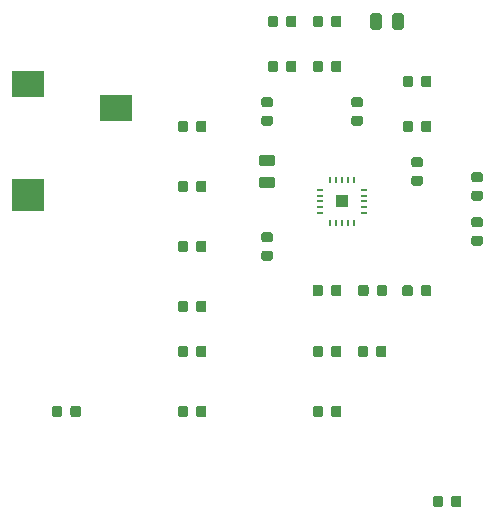
<source format=gtp>
G04 #@! TF.GenerationSoftware,KiCad,Pcbnew,5.1.5*
G04 #@! TF.CreationDate,2020-04-03T18:21:33-06:00*
G04 #@! TF.ProjectId,AD8232,41443832-3332-42e6-9b69-6361645f7063,rev?*
G04 #@! TF.SameCoordinates,Original*
G04 #@! TF.FileFunction,Paste,Top*
G04 #@! TF.FilePolarity,Positive*
%FSLAX46Y46*%
G04 Gerber Fmt 4.6, Leading zero omitted, Abs format (unit mm)*
G04 Created by KiCad (PCBNEW 5.1.5) date 2020-04-03 18:21:33*
%MOMM*%
%LPD*%
G04 APERTURE LIST*
%ADD10C,0.100000*%
%ADD11R,0.975360X0.975360*%
%ADD12R,0.248920X0.497840*%
%ADD13R,0.497840X0.248920*%
%ADD14R,2.800000X2.800000*%
%ADD15R,2.800000X2.200000*%
G04 APERTURE END LIST*
D10*
G36*
X168362691Y-78266053D02*
G01*
X168383926Y-78269203D01*
X168404750Y-78274419D01*
X168424962Y-78281651D01*
X168444368Y-78290830D01*
X168462781Y-78301866D01*
X168480024Y-78314654D01*
X168495930Y-78329070D01*
X168510346Y-78344976D01*
X168523134Y-78362219D01*
X168534170Y-78380632D01*
X168543349Y-78400038D01*
X168550581Y-78420250D01*
X168555797Y-78441074D01*
X168558947Y-78462309D01*
X168560000Y-78483750D01*
X168560000Y-78996250D01*
X168558947Y-79017691D01*
X168555797Y-79038926D01*
X168550581Y-79059750D01*
X168543349Y-79079962D01*
X168534170Y-79099368D01*
X168523134Y-79117781D01*
X168510346Y-79135024D01*
X168495930Y-79150930D01*
X168480024Y-79165346D01*
X168462781Y-79178134D01*
X168444368Y-79189170D01*
X168424962Y-79198349D01*
X168404750Y-79205581D01*
X168383926Y-79210797D01*
X168362691Y-79213947D01*
X168341250Y-79215000D01*
X167903750Y-79215000D01*
X167882309Y-79213947D01*
X167861074Y-79210797D01*
X167840250Y-79205581D01*
X167820038Y-79198349D01*
X167800632Y-79189170D01*
X167782219Y-79178134D01*
X167764976Y-79165346D01*
X167749070Y-79150930D01*
X167734654Y-79135024D01*
X167721866Y-79117781D01*
X167710830Y-79099368D01*
X167701651Y-79079962D01*
X167694419Y-79059750D01*
X167689203Y-79038926D01*
X167686053Y-79017691D01*
X167685000Y-78996250D01*
X167685000Y-78483750D01*
X167686053Y-78462309D01*
X167689203Y-78441074D01*
X167694419Y-78420250D01*
X167701651Y-78400038D01*
X167710830Y-78380632D01*
X167721866Y-78362219D01*
X167734654Y-78344976D01*
X167749070Y-78329070D01*
X167764976Y-78314654D01*
X167782219Y-78301866D01*
X167800632Y-78290830D01*
X167820038Y-78281651D01*
X167840250Y-78274419D01*
X167861074Y-78269203D01*
X167882309Y-78266053D01*
X167903750Y-78265000D01*
X168341250Y-78265000D01*
X168362691Y-78266053D01*
G37*
G36*
X169937691Y-78266053D02*
G01*
X169958926Y-78269203D01*
X169979750Y-78274419D01*
X169999962Y-78281651D01*
X170019368Y-78290830D01*
X170037781Y-78301866D01*
X170055024Y-78314654D01*
X170070930Y-78329070D01*
X170085346Y-78344976D01*
X170098134Y-78362219D01*
X170109170Y-78380632D01*
X170118349Y-78400038D01*
X170125581Y-78420250D01*
X170130797Y-78441074D01*
X170133947Y-78462309D01*
X170135000Y-78483750D01*
X170135000Y-78996250D01*
X170133947Y-79017691D01*
X170130797Y-79038926D01*
X170125581Y-79059750D01*
X170118349Y-79079962D01*
X170109170Y-79099368D01*
X170098134Y-79117781D01*
X170085346Y-79135024D01*
X170070930Y-79150930D01*
X170055024Y-79165346D01*
X170037781Y-79178134D01*
X170019368Y-79189170D01*
X169999962Y-79198349D01*
X169979750Y-79205581D01*
X169958926Y-79210797D01*
X169937691Y-79213947D01*
X169916250Y-79215000D01*
X169478750Y-79215000D01*
X169457309Y-79213947D01*
X169436074Y-79210797D01*
X169415250Y-79205581D01*
X169395038Y-79198349D01*
X169375632Y-79189170D01*
X169357219Y-79178134D01*
X169339976Y-79165346D01*
X169324070Y-79150930D01*
X169309654Y-79135024D01*
X169296866Y-79117781D01*
X169285830Y-79099368D01*
X169276651Y-79079962D01*
X169269419Y-79059750D01*
X169264203Y-79038926D01*
X169261053Y-79017691D01*
X169260000Y-78996250D01*
X169260000Y-78483750D01*
X169261053Y-78462309D01*
X169264203Y-78441074D01*
X169269419Y-78420250D01*
X169276651Y-78400038D01*
X169285830Y-78380632D01*
X169296866Y-78362219D01*
X169309654Y-78344976D01*
X169324070Y-78329070D01*
X169339976Y-78314654D01*
X169357219Y-78301866D01*
X169375632Y-78290830D01*
X169395038Y-78281651D01*
X169415250Y-78274419D01*
X169436074Y-78269203D01*
X169457309Y-78266053D01*
X169478750Y-78265000D01*
X169916250Y-78265000D01*
X169937691Y-78266053D01*
G37*
G36*
X174267691Y-87981053D02*
G01*
X174288926Y-87984203D01*
X174309750Y-87989419D01*
X174329962Y-87996651D01*
X174349368Y-88005830D01*
X174367781Y-88016866D01*
X174385024Y-88029654D01*
X174400930Y-88044070D01*
X174415346Y-88059976D01*
X174428134Y-88077219D01*
X174439170Y-88095632D01*
X174448349Y-88115038D01*
X174455581Y-88135250D01*
X174460797Y-88156074D01*
X174463947Y-88177309D01*
X174465000Y-88198750D01*
X174465000Y-88636250D01*
X174463947Y-88657691D01*
X174460797Y-88678926D01*
X174455581Y-88699750D01*
X174448349Y-88719962D01*
X174439170Y-88739368D01*
X174428134Y-88757781D01*
X174415346Y-88775024D01*
X174400930Y-88790930D01*
X174385024Y-88805346D01*
X174367781Y-88818134D01*
X174349368Y-88829170D01*
X174329962Y-88838349D01*
X174309750Y-88845581D01*
X174288926Y-88850797D01*
X174267691Y-88853947D01*
X174246250Y-88855000D01*
X173733750Y-88855000D01*
X173712309Y-88853947D01*
X173691074Y-88850797D01*
X173670250Y-88845581D01*
X173650038Y-88838349D01*
X173630632Y-88829170D01*
X173612219Y-88818134D01*
X173594976Y-88805346D01*
X173579070Y-88790930D01*
X173564654Y-88775024D01*
X173551866Y-88757781D01*
X173540830Y-88739368D01*
X173531651Y-88719962D01*
X173524419Y-88699750D01*
X173519203Y-88678926D01*
X173516053Y-88657691D01*
X173515000Y-88636250D01*
X173515000Y-88198750D01*
X173516053Y-88177309D01*
X173519203Y-88156074D01*
X173524419Y-88135250D01*
X173531651Y-88115038D01*
X173540830Y-88095632D01*
X173551866Y-88077219D01*
X173564654Y-88059976D01*
X173579070Y-88044070D01*
X173594976Y-88029654D01*
X173612219Y-88016866D01*
X173630632Y-88005830D01*
X173650038Y-87996651D01*
X173670250Y-87989419D01*
X173691074Y-87984203D01*
X173712309Y-87981053D01*
X173733750Y-87980000D01*
X174246250Y-87980000D01*
X174267691Y-87981053D01*
G37*
G36*
X174267691Y-86406053D02*
G01*
X174288926Y-86409203D01*
X174309750Y-86414419D01*
X174329962Y-86421651D01*
X174349368Y-86430830D01*
X174367781Y-86441866D01*
X174385024Y-86454654D01*
X174400930Y-86469070D01*
X174415346Y-86484976D01*
X174428134Y-86502219D01*
X174439170Y-86520632D01*
X174448349Y-86540038D01*
X174455581Y-86560250D01*
X174460797Y-86581074D01*
X174463947Y-86602309D01*
X174465000Y-86623750D01*
X174465000Y-87061250D01*
X174463947Y-87082691D01*
X174460797Y-87103926D01*
X174455581Y-87124750D01*
X174448349Y-87144962D01*
X174439170Y-87164368D01*
X174428134Y-87182781D01*
X174415346Y-87200024D01*
X174400930Y-87215930D01*
X174385024Y-87230346D01*
X174367781Y-87243134D01*
X174349368Y-87254170D01*
X174329962Y-87263349D01*
X174309750Y-87270581D01*
X174288926Y-87275797D01*
X174267691Y-87278947D01*
X174246250Y-87280000D01*
X173733750Y-87280000D01*
X173712309Y-87278947D01*
X173691074Y-87275797D01*
X173670250Y-87270581D01*
X173650038Y-87263349D01*
X173630632Y-87254170D01*
X173612219Y-87243134D01*
X173594976Y-87230346D01*
X173579070Y-87215930D01*
X173564654Y-87200024D01*
X173551866Y-87182781D01*
X173540830Y-87164368D01*
X173531651Y-87144962D01*
X173524419Y-87124750D01*
X173519203Y-87103926D01*
X173516053Y-87082691D01*
X173515000Y-87061250D01*
X173515000Y-86623750D01*
X173516053Y-86602309D01*
X173519203Y-86581074D01*
X173524419Y-86560250D01*
X173531651Y-86540038D01*
X173540830Y-86520632D01*
X173551866Y-86502219D01*
X173564654Y-86484976D01*
X173579070Y-86469070D01*
X173594976Y-86454654D01*
X173612219Y-86441866D01*
X173630632Y-86430830D01*
X173650038Y-86421651D01*
X173670250Y-86414419D01*
X173691074Y-86409203D01*
X173712309Y-86406053D01*
X173733750Y-86405000D01*
X174246250Y-86405000D01*
X174267691Y-86406053D01*
G37*
G36*
X174267691Y-91791053D02*
G01*
X174288926Y-91794203D01*
X174309750Y-91799419D01*
X174329962Y-91806651D01*
X174349368Y-91815830D01*
X174367781Y-91826866D01*
X174385024Y-91839654D01*
X174400930Y-91854070D01*
X174415346Y-91869976D01*
X174428134Y-91887219D01*
X174439170Y-91905632D01*
X174448349Y-91925038D01*
X174455581Y-91945250D01*
X174460797Y-91966074D01*
X174463947Y-91987309D01*
X174465000Y-92008750D01*
X174465000Y-92446250D01*
X174463947Y-92467691D01*
X174460797Y-92488926D01*
X174455581Y-92509750D01*
X174448349Y-92529962D01*
X174439170Y-92549368D01*
X174428134Y-92567781D01*
X174415346Y-92585024D01*
X174400930Y-92600930D01*
X174385024Y-92615346D01*
X174367781Y-92628134D01*
X174349368Y-92639170D01*
X174329962Y-92648349D01*
X174309750Y-92655581D01*
X174288926Y-92660797D01*
X174267691Y-92663947D01*
X174246250Y-92665000D01*
X173733750Y-92665000D01*
X173712309Y-92663947D01*
X173691074Y-92660797D01*
X173670250Y-92655581D01*
X173650038Y-92648349D01*
X173630632Y-92639170D01*
X173612219Y-92628134D01*
X173594976Y-92615346D01*
X173579070Y-92600930D01*
X173564654Y-92585024D01*
X173551866Y-92567781D01*
X173540830Y-92549368D01*
X173531651Y-92529962D01*
X173524419Y-92509750D01*
X173519203Y-92488926D01*
X173516053Y-92467691D01*
X173515000Y-92446250D01*
X173515000Y-92008750D01*
X173516053Y-91987309D01*
X173519203Y-91966074D01*
X173524419Y-91945250D01*
X173531651Y-91925038D01*
X173540830Y-91905632D01*
X173551866Y-91887219D01*
X173564654Y-91869976D01*
X173579070Y-91854070D01*
X173594976Y-91839654D01*
X173612219Y-91826866D01*
X173630632Y-91815830D01*
X173650038Y-91806651D01*
X173670250Y-91799419D01*
X173691074Y-91794203D01*
X173712309Y-91791053D01*
X173733750Y-91790000D01*
X174246250Y-91790000D01*
X174267691Y-91791053D01*
G37*
G36*
X174267691Y-90216053D02*
G01*
X174288926Y-90219203D01*
X174309750Y-90224419D01*
X174329962Y-90231651D01*
X174349368Y-90240830D01*
X174367781Y-90251866D01*
X174385024Y-90264654D01*
X174400930Y-90279070D01*
X174415346Y-90294976D01*
X174428134Y-90312219D01*
X174439170Y-90330632D01*
X174448349Y-90350038D01*
X174455581Y-90370250D01*
X174460797Y-90391074D01*
X174463947Y-90412309D01*
X174465000Y-90433750D01*
X174465000Y-90871250D01*
X174463947Y-90892691D01*
X174460797Y-90913926D01*
X174455581Y-90934750D01*
X174448349Y-90954962D01*
X174439170Y-90974368D01*
X174428134Y-90992781D01*
X174415346Y-91010024D01*
X174400930Y-91025930D01*
X174385024Y-91040346D01*
X174367781Y-91053134D01*
X174349368Y-91064170D01*
X174329962Y-91073349D01*
X174309750Y-91080581D01*
X174288926Y-91085797D01*
X174267691Y-91088947D01*
X174246250Y-91090000D01*
X173733750Y-91090000D01*
X173712309Y-91088947D01*
X173691074Y-91085797D01*
X173670250Y-91080581D01*
X173650038Y-91073349D01*
X173630632Y-91064170D01*
X173612219Y-91053134D01*
X173594976Y-91040346D01*
X173579070Y-91025930D01*
X173564654Y-91010024D01*
X173551866Y-90992781D01*
X173540830Y-90974368D01*
X173531651Y-90954962D01*
X173524419Y-90934750D01*
X173519203Y-90913926D01*
X173516053Y-90892691D01*
X173515000Y-90871250D01*
X173515000Y-90433750D01*
X173516053Y-90412309D01*
X173519203Y-90391074D01*
X173524419Y-90370250D01*
X173531651Y-90350038D01*
X173540830Y-90330632D01*
X173551866Y-90312219D01*
X173564654Y-90294976D01*
X173579070Y-90279070D01*
X173594976Y-90264654D01*
X173612219Y-90251866D01*
X173630632Y-90240830D01*
X173650038Y-90231651D01*
X173670250Y-90224419D01*
X173691074Y-90219203D01*
X173712309Y-90216053D01*
X173733750Y-90215000D01*
X174246250Y-90215000D01*
X174267691Y-90216053D01*
G37*
G36*
X158507691Y-76996053D02*
G01*
X158528926Y-76999203D01*
X158549750Y-77004419D01*
X158569962Y-77011651D01*
X158589368Y-77020830D01*
X158607781Y-77031866D01*
X158625024Y-77044654D01*
X158640930Y-77059070D01*
X158655346Y-77074976D01*
X158668134Y-77092219D01*
X158679170Y-77110632D01*
X158688349Y-77130038D01*
X158695581Y-77150250D01*
X158700797Y-77171074D01*
X158703947Y-77192309D01*
X158705000Y-77213750D01*
X158705000Y-77726250D01*
X158703947Y-77747691D01*
X158700797Y-77768926D01*
X158695581Y-77789750D01*
X158688349Y-77809962D01*
X158679170Y-77829368D01*
X158668134Y-77847781D01*
X158655346Y-77865024D01*
X158640930Y-77880930D01*
X158625024Y-77895346D01*
X158607781Y-77908134D01*
X158589368Y-77919170D01*
X158569962Y-77928349D01*
X158549750Y-77935581D01*
X158528926Y-77940797D01*
X158507691Y-77943947D01*
X158486250Y-77945000D01*
X158048750Y-77945000D01*
X158027309Y-77943947D01*
X158006074Y-77940797D01*
X157985250Y-77935581D01*
X157965038Y-77928349D01*
X157945632Y-77919170D01*
X157927219Y-77908134D01*
X157909976Y-77895346D01*
X157894070Y-77880930D01*
X157879654Y-77865024D01*
X157866866Y-77847781D01*
X157855830Y-77829368D01*
X157846651Y-77809962D01*
X157839419Y-77789750D01*
X157834203Y-77768926D01*
X157831053Y-77747691D01*
X157830000Y-77726250D01*
X157830000Y-77213750D01*
X157831053Y-77192309D01*
X157834203Y-77171074D01*
X157839419Y-77150250D01*
X157846651Y-77130038D01*
X157855830Y-77110632D01*
X157866866Y-77092219D01*
X157879654Y-77074976D01*
X157894070Y-77059070D01*
X157909976Y-77044654D01*
X157927219Y-77031866D01*
X157945632Y-77020830D01*
X157965038Y-77011651D01*
X157985250Y-77004419D01*
X158006074Y-76999203D01*
X158027309Y-76996053D01*
X158048750Y-76995000D01*
X158486250Y-76995000D01*
X158507691Y-76996053D01*
G37*
G36*
X156932691Y-76996053D02*
G01*
X156953926Y-76999203D01*
X156974750Y-77004419D01*
X156994962Y-77011651D01*
X157014368Y-77020830D01*
X157032781Y-77031866D01*
X157050024Y-77044654D01*
X157065930Y-77059070D01*
X157080346Y-77074976D01*
X157093134Y-77092219D01*
X157104170Y-77110632D01*
X157113349Y-77130038D01*
X157120581Y-77150250D01*
X157125797Y-77171074D01*
X157128947Y-77192309D01*
X157130000Y-77213750D01*
X157130000Y-77726250D01*
X157128947Y-77747691D01*
X157125797Y-77768926D01*
X157120581Y-77789750D01*
X157113349Y-77809962D01*
X157104170Y-77829368D01*
X157093134Y-77847781D01*
X157080346Y-77865024D01*
X157065930Y-77880930D01*
X157050024Y-77895346D01*
X157032781Y-77908134D01*
X157014368Y-77919170D01*
X156994962Y-77928349D01*
X156974750Y-77935581D01*
X156953926Y-77940797D01*
X156932691Y-77943947D01*
X156911250Y-77945000D01*
X156473750Y-77945000D01*
X156452309Y-77943947D01*
X156431074Y-77940797D01*
X156410250Y-77935581D01*
X156390038Y-77928349D01*
X156370632Y-77919170D01*
X156352219Y-77908134D01*
X156334976Y-77895346D01*
X156319070Y-77880930D01*
X156304654Y-77865024D01*
X156291866Y-77847781D01*
X156280830Y-77829368D01*
X156271651Y-77809962D01*
X156264419Y-77789750D01*
X156259203Y-77768926D01*
X156256053Y-77747691D01*
X156255000Y-77726250D01*
X156255000Y-77213750D01*
X156256053Y-77192309D01*
X156259203Y-77171074D01*
X156264419Y-77150250D01*
X156271651Y-77130038D01*
X156280830Y-77110632D01*
X156291866Y-77092219D01*
X156304654Y-77074976D01*
X156319070Y-77059070D01*
X156334976Y-77044654D01*
X156352219Y-77031866D01*
X156370632Y-77020830D01*
X156390038Y-77011651D01*
X156410250Y-77004419D01*
X156431074Y-76999203D01*
X156452309Y-76996053D01*
X156473750Y-76995000D01*
X156911250Y-76995000D01*
X156932691Y-76996053D01*
G37*
G36*
X162317691Y-76996053D02*
G01*
X162338926Y-76999203D01*
X162359750Y-77004419D01*
X162379962Y-77011651D01*
X162399368Y-77020830D01*
X162417781Y-77031866D01*
X162435024Y-77044654D01*
X162450930Y-77059070D01*
X162465346Y-77074976D01*
X162478134Y-77092219D01*
X162489170Y-77110632D01*
X162498349Y-77130038D01*
X162505581Y-77150250D01*
X162510797Y-77171074D01*
X162513947Y-77192309D01*
X162515000Y-77213750D01*
X162515000Y-77726250D01*
X162513947Y-77747691D01*
X162510797Y-77768926D01*
X162505581Y-77789750D01*
X162498349Y-77809962D01*
X162489170Y-77829368D01*
X162478134Y-77847781D01*
X162465346Y-77865024D01*
X162450930Y-77880930D01*
X162435024Y-77895346D01*
X162417781Y-77908134D01*
X162399368Y-77919170D01*
X162379962Y-77928349D01*
X162359750Y-77935581D01*
X162338926Y-77940797D01*
X162317691Y-77943947D01*
X162296250Y-77945000D01*
X161858750Y-77945000D01*
X161837309Y-77943947D01*
X161816074Y-77940797D01*
X161795250Y-77935581D01*
X161775038Y-77928349D01*
X161755632Y-77919170D01*
X161737219Y-77908134D01*
X161719976Y-77895346D01*
X161704070Y-77880930D01*
X161689654Y-77865024D01*
X161676866Y-77847781D01*
X161665830Y-77829368D01*
X161656651Y-77809962D01*
X161649419Y-77789750D01*
X161644203Y-77768926D01*
X161641053Y-77747691D01*
X161640000Y-77726250D01*
X161640000Y-77213750D01*
X161641053Y-77192309D01*
X161644203Y-77171074D01*
X161649419Y-77150250D01*
X161656651Y-77130038D01*
X161665830Y-77110632D01*
X161676866Y-77092219D01*
X161689654Y-77074976D01*
X161704070Y-77059070D01*
X161719976Y-77044654D01*
X161737219Y-77031866D01*
X161755632Y-77020830D01*
X161775038Y-77011651D01*
X161795250Y-77004419D01*
X161816074Y-76999203D01*
X161837309Y-76996053D01*
X161858750Y-76995000D01*
X162296250Y-76995000D01*
X162317691Y-76996053D01*
G37*
G36*
X160742691Y-76996053D02*
G01*
X160763926Y-76999203D01*
X160784750Y-77004419D01*
X160804962Y-77011651D01*
X160824368Y-77020830D01*
X160842781Y-77031866D01*
X160860024Y-77044654D01*
X160875930Y-77059070D01*
X160890346Y-77074976D01*
X160903134Y-77092219D01*
X160914170Y-77110632D01*
X160923349Y-77130038D01*
X160930581Y-77150250D01*
X160935797Y-77171074D01*
X160938947Y-77192309D01*
X160940000Y-77213750D01*
X160940000Y-77726250D01*
X160938947Y-77747691D01*
X160935797Y-77768926D01*
X160930581Y-77789750D01*
X160923349Y-77809962D01*
X160914170Y-77829368D01*
X160903134Y-77847781D01*
X160890346Y-77865024D01*
X160875930Y-77880930D01*
X160860024Y-77895346D01*
X160842781Y-77908134D01*
X160824368Y-77919170D01*
X160804962Y-77928349D01*
X160784750Y-77935581D01*
X160763926Y-77940797D01*
X160742691Y-77943947D01*
X160721250Y-77945000D01*
X160283750Y-77945000D01*
X160262309Y-77943947D01*
X160241074Y-77940797D01*
X160220250Y-77935581D01*
X160200038Y-77928349D01*
X160180632Y-77919170D01*
X160162219Y-77908134D01*
X160144976Y-77895346D01*
X160129070Y-77880930D01*
X160114654Y-77865024D01*
X160101866Y-77847781D01*
X160090830Y-77829368D01*
X160081651Y-77809962D01*
X160074419Y-77789750D01*
X160069203Y-77768926D01*
X160066053Y-77747691D01*
X160065000Y-77726250D01*
X160065000Y-77213750D01*
X160066053Y-77192309D01*
X160069203Y-77171074D01*
X160074419Y-77150250D01*
X160081651Y-77130038D01*
X160090830Y-77110632D01*
X160101866Y-77092219D01*
X160114654Y-77074976D01*
X160129070Y-77059070D01*
X160144976Y-77044654D01*
X160162219Y-77031866D01*
X160180632Y-77020830D01*
X160200038Y-77011651D01*
X160220250Y-77004419D01*
X160241074Y-76999203D01*
X160262309Y-76996053D01*
X160283750Y-76995000D01*
X160721250Y-76995000D01*
X160742691Y-76996053D01*
G37*
G36*
X156487691Y-81631053D02*
G01*
X156508926Y-81634203D01*
X156529750Y-81639419D01*
X156549962Y-81646651D01*
X156569368Y-81655830D01*
X156587781Y-81666866D01*
X156605024Y-81679654D01*
X156620930Y-81694070D01*
X156635346Y-81709976D01*
X156648134Y-81727219D01*
X156659170Y-81745632D01*
X156668349Y-81765038D01*
X156675581Y-81785250D01*
X156680797Y-81806074D01*
X156683947Y-81827309D01*
X156685000Y-81848750D01*
X156685000Y-82286250D01*
X156683947Y-82307691D01*
X156680797Y-82328926D01*
X156675581Y-82349750D01*
X156668349Y-82369962D01*
X156659170Y-82389368D01*
X156648134Y-82407781D01*
X156635346Y-82425024D01*
X156620930Y-82440930D01*
X156605024Y-82455346D01*
X156587781Y-82468134D01*
X156569368Y-82479170D01*
X156549962Y-82488349D01*
X156529750Y-82495581D01*
X156508926Y-82500797D01*
X156487691Y-82503947D01*
X156466250Y-82505000D01*
X155953750Y-82505000D01*
X155932309Y-82503947D01*
X155911074Y-82500797D01*
X155890250Y-82495581D01*
X155870038Y-82488349D01*
X155850632Y-82479170D01*
X155832219Y-82468134D01*
X155814976Y-82455346D01*
X155799070Y-82440930D01*
X155784654Y-82425024D01*
X155771866Y-82407781D01*
X155760830Y-82389368D01*
X155751651Y-82369962D01*
X155744419Y-82349750D01*
X155739203Y-82328926D01*
X155736053Y-82307691D01*
X155735000Y-82286250D01*
X155735000Y-81848750D01*
X155736053Y-81827309D01*
X155739203Y-81806074D01*
X155744419Y-81785250D01*
X155751651Y-81765038D01*
X155760830Y-81745632D01*
X155771866Y-81727219D01*
X155784654Y-81709976D01*
X155799070Y-81694070D01*
X155814976Y-81679654D01*
X155832219Y-81666866D01*
X155850632Y-81655830D01*
X155870038Y-81646651D01*
X155890250Y-81639419D01*
X155911074Y-81634203D01*
X155932309Y-81631053D01*
X155953750Y-81630000D01*
X156466250Y-81630000D01*
X156487691Y-81631053D01*
G37*
G36*
X156487691Y-80056053D02*
G01*
X156508926Y-80059203D01*
X156529750Y-80064419D01*
X156549962Y-80071651D01*
X156569368Y-80080830D01*
X156587781Y-80091866D01*
X156605024Y-80104654D01*
X156620930Y-80119070D01*
X156635346Y-80134976D01*
X156648134Y-80152219D01*
X156659170Y-80170632D01*
X156668349Y-80190038D01*
X156675581Y-80210250D01*
X156680797Y-80231074D01*
X156683947Y-80252309D01*
X156685000Y-80273750D01*
X156685000Y-80711250D01*
X156683947Y-80732691D01*
X156680797Y-80753926D01*
X156675581Y-80774750D01*
X156668349Y-80794962D01*
X156659170Y-80814368D01*
X156648134Y-80832781D01*
X156635346Y-80850024D01*
X156620930Y-80865930D01*
X156605024Y-80880346D01*
X156587781Y-80893134D01*
X156569368Y-80904170D01*
X156549962Y-80913349D01*
X156529750Y-80920581D01*
X156508926Y-80925797D01*
X156487691Y-80928947D01*
X156466250Y-80930000D01*
X155953750Y-80930000D01*
X155932309Y-80928947D01*
X155911074Y-80925797D01*
X155890250Y-80920581D01*
X155870038Y-80913349D01*
X155850632Y-80904170D01*
X155832219Y-80893134D01*
X155814976Y-80880346D01*
X155799070Y-80865930D01*
X155784654Y-80850024D01*
X155771866Y-80832781D01*
X155760830Y-80814368D01*
X155751651Y-80794962D01*
X155744419Y-80774750D01*
X155739203Y-80753926D01*
X155736053Y-80732691D01*
X155735000Y-80711250D01*
X155735000Y-80273750D01*
X155736053Y-80252309D01*
X155739203Y-80231074D01*
X155744419Y-80210250D01*
X155751651Y-80190038D01*
X155760830Y-80170632D01*
X155771866Y-80152219D01*
X155784654Y-80134976D01*
X155799070Y-80119070D01*
X155814976Y-80104654D01*
X155832219Y-80091866D01*
X155850632Y-80080830D01*
X155870038Y-80071651D01*
X155890250Y-80064419D01*
X155911074Y-80059203D01*
X155932309Y-80056053D01*
X155953750Y-80055000D01*
X156466250Y-80055000D01*
X156487691Y-80056053D01*
G37*
G36*
X164107691Y-81631053D02*
G01*
X164128926Y-81634203D01*
X164149750Y-81639419D01*
X164169962Y-81646651D01*
X164189368Y-81655830D01*
X164207781Y-81666866D01*
X164225024Y-81679654D01*
X164240930Y-81694070D01*
X164255346Y-81709976D01*
X164268134Y-81727219D01*
X164279170Y-81745632D01*
X164288349Y-81765038D01*
X164295581Y-81785250D01*
X164300797Y-81806074D01*
X164303947Y-81827309D01*
X164305000Y-81848750D01*
X164305000Y-82286250D01*
X164303947Y-82307691D01*
X164300797Y-82328926D01*
X164295581Y-82349750D01*
X164288349Y-82369962D01*
X164279170Y-82389368D01*
X164268134Y-82407781D01*
X164255346Y-82425024D01*
X164240930Y-82440930D01*
X164225024Y-82455346D01*
X164207781Y-82468134D01*
X164189368Y-82479170D01*
X164169962Y-82488349D01*
X164149750Y-82495581D01*
X164128926Y-82500797D01*
X164107691Y-82503947D01*
X164086250Y-82505000D01*
X163573750Y-82505000D01*
X163552309Y-82503947D01*
X163531074Y-82500797D01*
X163510250Y-82495581D01*
X163490038Y-82488349D01*
X163470632Y-82479170D01*
X163452219Y-82468134D01*
X163434976Y-82455346D01*
X163419070Y-82440930D01*
X163404654Y-82425024D01*
X163391866Y-82407781D01*
X163380830Y-82389368D01*
X163371651Y-82369962D01*
X163364419Y-82349750D01*
X163359203Y-82328926D01*
X163356053Y-82307691D01*
X163355000Y-82286250D01*
X163355000Y-81848750D01*
X163356053Y-81827309D01*
X163359203Y-81806074D01*
X163364419Y-81785250D01*
X163371651Y-81765038D01*
X163380830Y-81745632D01*
X163391866Y-81727219D01*
X163404654Y-81709976D01*
X163419070Y-81694070D01*
X163434976Y-81679654D01*
X163452219Y-81666866D01*
X163470632Y-81655830D01*
X163490038Y-81646651D01*
X163510250Y-81639419D01*
X163531074Y-81634203D01*
X163552309Y-81631053D01*
X163573750Y-81630000D01*
X164086250Y-81630000D01*
X164107691Y-81631053D01*
G37*
G36*
X164107691Y-80056053D02*
G01*
X164128926Y-80059203D01*
X164149750Y-80064419D01*
X164169962Y-80071651D01*
X164189368Y-80080830D01*
X164207781Y-80091866D01*
X164225024Y-80104654D01*
X164240930Y-80119070D01*
X164255346Y-80134976D01*
X164268134Y-80152219D01*
X164279170Y-80170632D01*
X164288349Y-80190038D01*
X164295581Y-80210250D01*
X164300797Y-80231074D01*
X164303947Y-80252309D01*
X164305000Y-80273750D01*
X164305000Y-80711250D01*
X164303947Y-80732691D01*
X164300797Y-80753926D01*
X164295581Y-80774750D01*
X164288349Y-80794962D01*
X164279170Y-80814368D01*
X164268134Y-80832781D01*
X164255346Y-80850024D01*
X164240930Y-80865930D01*
X164225024Y-80880346D01*
X164207781Y-80893134D01*
X164189368Y-80904170D01*
X164169962Y-80913349D01*
X164149750Y-80920581D01*
X164128926Y-80925797D01*
X164107691Y-80928947D01*
X164086250Y-80930000D01*
X163573750Y-80930000D01*
X163552309Y-80928947D01*
X163531074Y-80925797D01*
X163510250Y-80920581D01*
X163490038Y-80913349D01*
X163470632Y-80904170D01*
X163452219Y-80893134D01*
X163434976Y-80880346D01*
X163419070Y-80865930D01*
X163404654Y-80850024D01*
X163391866Y-80832781D01*
X163380830Y-80814368D01*
X163371651Y-80794962D01*
X163364419Y-80774750D01*
X163359203Y-80753926D01*
X163356053Y-80732691D01*
X163355000Y-80711250D01*
X163355000Y-80273750D01*
X163356053Y-80252309D01*
X163359203Y-80231074D01*
X163364419Y-80210250D01*
X163371651Y-80190038D01*
X163380830Y-80170632D01*
X163391866Y-80152219D01*
X163404654Y-80134976D01*
X163419070Y-80119070D01*
X163434976Y-80104654D01*
X163452219Y-80091866D01*
X163470632Y-80080830D01*
X163490038Y-80071651D01*
X163510250Y-80064419D01*
X163531074Y-80059203D01*
X163552309Y-80056053D01*
X163573750Y-80055000D01*
X164086250Y-80055000D01*
X164107691Y-80056053D01*
G37*
G36*
X169920902Y-95985738D02*
G01*
X169942137Y-95988888D01*
X169962961Y-95994104D01*
X169983173Y-96001336D01*
X170002579Y-96010515D01*
X170020992Y-96021551D01*
X170038235Y-96034339D01*
X170054141Y-96048755D01*
X170068557Y-96064661D01*
X170081345Y-96081904D01*
X170092381Y-96100317D01*
X170101560Y-96119723D01*
X170108792Y-96139935D01*
X170114008Y-96160759D01*
X170117158Y-96181994D01*
X170118211Y-96203435D01*
X170118211Y-96715935D01*
X170117158Y-96737376D01*
X170114008Y-96758611D01*
X170108792Y-96779435D01*
X170101560Y-96799647D01*
X170092381Y-96819053D01*
X170081345Y-96837466D01*
X170068557Y-96854709D01*
X170054141Y-96870615D01*
X170038235Y-96885031D01*
X170020992Y-96897819D01*
X170002579Y-96908855D01*
X169983173Y-96918034D01*
X169962961Y-96925266D01*
X169942137Y-96930482D01*
X169920902Y-96933632D01*
X169899461Y-96934685D01*
X169461961Y-96934685D01*
X169440520Y-96933632D01*
X169419285Y-96930482D01*
X169398461Y-96925266D01*
X169378249Y-96918034D01*
X169358843Y-96908855D01*
X169340430Y-96897819D01*
X169323187Y-96885031D01*
X169307281Y-96870615D01*
X169292865Y-96854709D01*
X169280077Y-96837466D01*
X169269041Y-96819053D01*
X169259862Y-96799647D01*
X169252630Y-96779435D01*
X169247414Y-96758611D01*
X169244264Y-96737376D01*
X169243211Y-96715935D01*
X169243211Y-96203435D01*
X169244264Y-96181994D01*
X169247414Y-96160759D01*
X169252630Y-96139935D01*
X169259862Y-96119723D01*
X169269041Y-96100317D01*
X169280077Y-96081904D01*
X169292865Y-96064661D01*
X169307281Y-96048755D01*
X169323187Y-96034339D01*
X169340430Y-96021551D01*
X169358843Y-96010515D01*
X169378249Y-96001336D01*
X169398461Y-95994104D01*
X169419285Y-95988888D01*
X169440520Y-95985738D01*
X169461961Y-95984685D01*
X169899461Y-95984685D01*
X169920902Y-95985738D01*
G37*
G36*
X168345902Y-95985738D02*
G01*
X168367137Y-95988888D01*
X168387961Y-95994104D01*
X168408173Y-96001336D01*
X168427579Y-96010515D01*
X168445992Y-96021551D01*
X168463235Y-96034339D01*
X168479141Y-96048755D01*
X168493557Y-96064661D01*
X168506345Y-96081904D01*
X168517381Y-96100317D01*
X168526560Y-96119723D01*
X168533792Y-96139935D01*
X168539008Y-96160759D01*
X168542158Y-96181994D01*
X168543211Y-96203435D01*
X168543211Y-96715935D01*
X168542158Y-96737376D01*
X168539008Y-96758611D01*
X168533792Y-96779435D01*
X168526560Y-96799647D01*
X168517381Y-96819053D01*
X168506345Y-96837466D01*
X168493557Y-96854709D01*
X168479141Y-96870615D01*
X168463235Y-96885031D01*
X168445992Y-96897819D01*
X168427579Y-96908855D01*
X168408173Y-96918034D01*
X168387961Y-96925266D01*
X168367137Y-96930482D01*
X168345902Y-96933632D01*
X168324461Y-96934685D01*
X167886961Y-96934685D01*
X167865520Y-96933632D01*
X167844285Y-96930482D01*
X167823461Y-96925266D01*
X167803249Y-96918034D01*
X167783843Y-96908855D01*
X167765430Y-96897819D01*
X167748187Y-96885031D01*
X167732281Y-96870615D01*
X167717865Y-96854709D01*
X167705077Y-96837466D01*
X167694041Y-96819053D01*
X167684862Y-96799647D01*
X167677630Y-96779435D01*
X167672414Y-96758611D01*
X167669264Y-96737376D01*
X167668211Y-96715935D01*
X167668211Y-96203435D01*
X167669264Y-96181994D01*
X167672414Y-96160759D01*
X167677630Y-96139935D01*
X167684862Y-96119723D01*
X167694041Y-96100317D01*
X167705077Y-96081904D01*
X167717865Y-96064661D01*
X167732281Y-96048755D01*
X167748187Y-96034339D01*
X167765430Y-96021551D01*
X167783843Y-96010515D01*
X167803249Y-96001336D01*
X167823461Y-95994104D01*
X167844285Y-95988888D01*
X167865520Y-95985738D01*
X167886961Y-95984685D01*
X168324461Y-95984685D01*
X168345902Y-95985738D01*
G37*
G36*
X166185905Y-95955124D02*
G01*
X166207140Y-95958274D01*
X166227964Y-95963490D01*
X166248176Y-95970722D01*
X166267582Y-95979901D01*
X166285995Y-95990937D01*
X166303238Y-96003725D01*
X166319144Y-96018141D01*
X166333560Y-96034047D01*
X166346348Y-96051290D01*
X166357384Y-96069703D01*
X166366563Y-96089109D01*
X166373795Y-96109321D01*
X166379011Y-96130145D01*
X166382161Y-96151380D01*
X166383214Y-96172821D01*
X166383214Y-96685321D01*
X166382161Y-96706762D01*
X166379011Y-96727997D01*
X166373795Y-96748821D01*
X166366563Y-96769033D01*
X166357384Y-96788439D01*
X166346348Y-96806852D01*
X166333560Y-96824095D01*
X166319144Y-96840001D01*
X166303238Y-96854417D01*
X166285995Y-96867205D01*
X166267582Y-96878241D01*
X166248176Y-96887420D01*
X166227964Y-96894652D01*
X166207140Y-96899868D01*
X166185905Y-96903018D01*
X166164464Y-96904071D01*
X165726964Y-96904071D01*
X165705523Y-96903018D01*
X165684288Y-96899868D01*
X165663464Y-96894652D01*
X165643252Y-96887420D01*
X165623846Y-96878241D01*
X165605433Y-96867205D01*
X165588190Y-96854417D01*
X165572284Y-96840001D01*
X165557868Y-96824095D01*
X165545080Y-96806852D01*
X165534044Y-96788439D01*
X165524865Y-96769033D01*
X165517633Y-96748821D01*
X165512417Y-96727997D01*
X165509267Y-96706762D01*
X165508214Y-96685321D01*
X165508214Y-96172821D01*
X165509267Y-96151380D01*
X165512417Y-96130145D01*
X165517633Y-96109321D01*
X165524865Y-96089109D01*
X165534044Y-96069703D01*
X165545080Y-96051290D01*
X165557868Y-96034047D01*
X165572284Y-96018141D01*
X165588190Y-96003725D01*
X165605433Y-95990937D01*
X165623846Y-95979901D01*
X165643252Y-95970722D01*
X165663464Y-95963490D01*
X165684288Y-95958274D01*
X165705523Y-95955124D01*
X165726964Y-95954071D01*
X166164464Y-95954071D01*
X166185905Y-95955124D01*
G37*
G36*
X164610905Y-95955124D02*
G01*
X164632140Y-95958274D01*
X164652964Y-95963490D01*
X164673176Y-95970722D01*
X164692582Y-95979901D01*
X164710995Y-95990937D01*
X164728238Y-96003725D01*
X164744144Y-96018141D01*
X164758560Y-96034047D01*
X164771348Y-96051290D01*
X164782384Y-96069703D01*
X164791563Y-96089109D01*
X164798795Y-96109321D01*
X164804011Y-96130145D01*
X164807161Y-96151380D01*
X164808214Y-96172821D01*
X164808214Y-96685321D01*
X164807161Y-96706762D01*
X164804011Y-96727997D01*
X164798795Y-96748821D01*
X164791563Y-96769033D01*
X164782384Y-96788439D01*
X164771348Y-96806852D01*
X164758560Y-96824095D01*
X164744144Y-96840001D01*
X164728238Y-96854417D01*
X164710995Y-96867205D01*
X164692582Y-96878241D01*
X164673176Y-96887420D01*
X164652964Y-96894652D01*
X164632140Y-96899868D01*
X164610905Y-96903018D01*
X164589464Y-96904071D01*
X164151964Y-96904071D01*
X164130523Y-96903018D01*
X164109288Y-96899868D01*
X164088464Y-96894652D01*
X164068252Y-96887420D01*
X164048846Y-96878241D01*
X164030433Y-96867205D01*
X164013190Y-96854417D01*
X163997284Y-96840001D01*
X163982868Y-96824095D01*
X163970080Y-96806852D01*
X163959044Y-96788439D01*
X163949865Y-96769033D01*
X163942633Y-96748821D01*
X163937417Y-96727997D01*
X163934267Y-96706762D01*
X163933214Y-96685321D01*
X163933214Y-96172821D01*
X163934267Y-96151380D01*
X163937417Y-96130145D01*
X163942633Y-96109321D01*
X163949865Y-96089109D01*
X163959044Y-96069703D01*
X163970080Y-96051290D01*
X163982868Y-96034047D01*
X163997284Y-96018141D01*
X164013190Y-96003725D01*
X164030433Y-95990937D01*
X164048846Y-95979901D01*
X164068252Y-95970722D01*
X164088464Y-95963490D01*
X164109288Y-95958274D01*
X164130523Y-95955124D01*
X164151964Y-95954071D01*
X164589464Y-95954071D01*
X164610905Y-95955124D01*
G37*
G36*
X162317691Y-101126053D02*
G01*
X162338926Y-101129203D01*
X162359750Y-101134419D01*
X162379962Y-101141651D01*
X162399368Y-101150830D01*
X162417781Y-101161866D01*
X162435024Y-101174654D01*
X162450930Y-101189070D01*
X162465346Y-101204976D01*
X162478134Y-101222219D01*
X162489170Y-101240632D01*
X162498349Y-101260038D01*
X162505581Y-101280250D01*
X162510797Y-101301074D01*
X162513947Y-101322309D01*
X162515000Y-101343750D01*
X162515000Y-101856250D01*
X162513947Y-101877691D01*
X162510797Y-101898926D01*
X162505581Y-101919750D01*
X162498349Y-101939962D01*
X162489170Y-101959368D01*
X162478134Y-101977781D01*
X162465346Y-101995024D01*
X162450930Y-102010930D01*
X162435024Y-102025346D01*
X162417781Y-102038134D01*
X162399368Y-102049170D01*
X162379962Y-102058349D01*
X162359750Y-102065581D01*
X162338926Y-102070797D01*
X162317691Y-102073947D01*
X162296250Y-102075000D01*
X161858750Y-102075000D01*
X161837309Y-102073947D01*
X161816074Y-102070797D01*
X161795250Y-102065581D01*
X161775038Y-102058349D01*
X161755632Y-102049170D01*
X161737219Y-102038134D01*
X161719976Y-102025346D01*
X161704070Y-102010930D01*
X161689654Y-101995024D01*
X161676866Y-101977781D01*
X161665830Y-101959368D01*
X161656651Y-101939962D01*
X161649419Y-101919750D01*
X161644203Y-101898926D01*
X161641053Y-101877691D01*
X161640000Y-101856250D01*
X161640000Y-101343750D01*
X161641053Y-101322309D01*
X161644203Y-101301074D01*
X161649419Y-101280250D01*
X161656651Y-101260038D01*
X161665830Y-101240632D01*
X161676866Y-101222219D01*
X161689654Y-101204976D01*
X161704070Y-101189070D01*
X161719976Y-101174654D01*
X161737219Y-101161866D01*
X161755632Y-101150830D01*
X161775038Y-101141651D01*
X161795250Y-101134419D01*
X161816074Y-101129203D01*
X161837309Y-101126053D01*
X161858750Y-101125000D01*
X162296250Y-101125000D01*
X162317691Y-101126053D01*
G37*
G36*
X160742691Y-101126053D02*
G01*
X160763926Y-101129203D01*
X160784750Y-101134419D01*
X160804962Y-101141651D01*
X160824368Y-101150830D01*
X160842781Y-101161866D01*
X160860024Y-101174654D01*
X160875930Y-101189070D01*
X160890346Y-101204976D01*
X160903134Y-101222219D01*
X160914170Y-101240632D01*
X160923349Y-101260038D01*
X160930581Y-101280250D01*
X160935797Y-101301074D01*
X160938947Y-101322309D01*
X160940000Y-101343750D01*
X160940000Y-101856250D01*
X160938947Y-101877691D01*
X160935797Y-101898926D01*
X160930581Y-101919750D01*
X160923349Y-101939962D01*
X160914170Y-101959368D01*
X160903134Y-101977781D01*
X160890346Y-101995024D01*
X160875930Y-102010930D01*
X160860024Y-102025346D01*
X160842781Y-102038134D01*
X160824368Y-102049170D01*
X160804962Y-102058349D01*
X160784750Y-102065581D01*
X160763926Y-102070797D01*
X160742691Y-102073947D01*
X160721250Y-102075000D01*
X160283750Y-102075000D01*
X160262309Y-102073947D01*
X160241074Y-102070797D01*
X160220250Y-102065581D01*
X160200038Y-102058349D01*
X160180632Y-102049170D01*
X160162219Y-102038134D01*
X160144976Y-102025346D01*
X160129070Y-102010930D01*
X160114654Y-101995024D01*
X160101866Y-101977781D01*
X160090830Y-101959368D01*
X160081651Y-101939962D01*
X160074419Y-101919750D01*
X160069203Y-101898926D01*
X160066053Y-101877691D01*
X160065000Y-101856250D01*
X160065000Y-101343750D01*
X160066053Y-101322309D01*
X160069203Y-101301074D01*
X160074419Y-101280250D01*
X160081651Y-101260038D01*
X160090830Y-101240632D01*
X160101866Y-101222219D01*
X160114654Y-101204976D01*
X160129070Y-101189070D01*
X160144976Y-101174654D01*
X160162219Y-101161866D01*
X160180632Y-101150830D01*
X160200038Y-101141651D01*
X160220250Y-101134419D01*
X160241074Y-101129203D01*
X160262309Y-101126053D01*
X160283750Y-101125000D01*
X160721250Y-101125000D01*
X160742691Y-101126053D01*
G37*
G36*
X162317691Y-106206053D02*
G01*
X162338926Y-106209203D01*
X162359750Y-106214419D01*
X162379962Y-106221651D01*
X162399368Y-106230830D01*
X162417781Y-106241866D01*
X162435024Y-106254654D01*
X162450930Y-106269070D01*
X162465346Y-106284976D01*
X162478134Y-106302219D01*
X162489170Y-106320632D01*
X162498349Y-106340038D01*
X162505581Y-106360250D01*
X162510797Y-106381074D01*
X162513947Y-106402309D01*
X162515000Y-106423750D01*
X162515000Y-106936250D01*
X162513947Y-106957691D01*
X162510797Y-106978926D01*
X162505581Y-106999750D01*
X162498349Y-107019962D01*
X162489170Y-107039368D01*
X162478134Y-107057781D01*
X162465346Y-107075024D01*
X162450930Y-107090930D01*
X162435024Y-107105346D01*
X162417781Y-107118134D01*
X162399368Y-107129170D01*
X162379962Y-107138349D01*
X162359750Y-107145581D01*
X162338926Y-107150797D01*
X162317691Y-107153947D01*
X162296250Y-107155000D01*
X161858750Y-107155000D01*
X161837309Y-107153947D01*
X161816074Y-107150797D01*
X161795250Y-107145581D01*
X161775038Y-107138349D01*
X161755632Y-107129170D01*
X161737219Y-107118134D01*
X161719976Y-107105346D01*
X161704070Y-107090930D01*
X161689654Y-107075024D01*
X161676866Y-107057781D01*
X161665830Y-107039368D01*
X161656651Y-107019962D01*
X161649419Y-106999750D01*
X161644203Y-106978926D01*
X161641053Y-106957691D01*
X161640000Y-106936250D01*
X161640000Y-106423750D01*
X161641053Y-106402309D01*
X161644203Y-106381074D01*
X161649419Y-106360250D01*
X161656651Y-106340038D01*
X161665830Y-106320632D01*
X161676866Y-106302219D01*
X161689654Y-106284976D01*
X161704070Y-106269070D01*
X161719976Y-106254654D01*
X161737219Y-106241866D01*
X161755632Y-106230830D01*
X161775038Y-106221651D01*
X161795250Y-106214419D01*
X161816074Y-106209203D01*
X161837309Y-106206053D01*
X161858750Y-106205000D01*
X162296250Y-106205000D01*
X162317691Y-106206053D01*
G37*
G36*
X160742691Y-106206053D02*
G01*
X160763926Y-106209203D01*
X160784750Y-106214419D01*
X160804962Y-106221651D01*
X160824368Y-106230830D01*
X160842781Y-106241866D01*
X160860024Y-106254654D01*
X160875930Y-106269070D01*
X160890346Y-106284976D01*
X160903134Y-106302219D01*
X160914170Y-106320632D01*
X160923349Y-106340038D01*
X160930581Y-106360250D01*
X160935797Y-106381074D01*
X160938947Y-106402309D01*
X160940000Y-106423750D01*
X160940000Y-106936250D01*
X160938947Y-106957691D01*
X160935797Y-106978926D01*
X160930581Y-106999750D01*
X160923349Y-107019962D01*
X160914170Y-107039368D01*
X160903134Y-107057781D01*
X160890346Y-107075024D01*
X160875930Y-107090930D01*
X160860024Y-107105346D01*
X160842781Y-107118134D01*
X160824368Y-107129170D01*
X160804962Y-107138349D01*
X160784750Y-107145581D01*
X160763926Y-107150797D01*
X160742691Y-107153947D01*
X160721250Y-107155000D01*
X160283750Y-107155000D01*
X160262309Y-107153947D01*
X160241074Y-107150797D01*
X160220250Y-107145581D01*
X160200038Y-107138349D01*
X160180632Y-107129170D01*
X160162219Y-107118134D01*
X160144976Y-107105346D01*
X160129070Y-107090930D01*
X160114654Y-107075024D01*
X160101866Y-107057781D01*
X160090830Y-107039368D01*
X160081651Y-107019962D01*
X160074419Y-106999750D01*
X160069203Y-106978926D01*
X160066053Y-106957691D01*
X160065000Y-106936250D01*
X160065000Y-106423750D01*
X160066053Y-106402309D01*
X160069203Y-106381074D01*
X160074419Y-106360250D01*
X160081651Y-106340038D01*
X160090830Y-106320632D01*
X160101866Y-106302219D01*
X160114654Y-106284976D01*
X160129070Y-106269070D01*
X160144976Y-106254654D01*
X160162219Y-106241866D01*
X160180632Y-106230830D01*
X160200038Y-106221651D01*
X160220250Y-106214419D01*
X160241074Y-106209203D01*
X160262309Y-106206053D01*
X160283750Y-106205000D01*
X160721250Y-106205000D01*
X160742691Y-106206053D01*
G37*
G36*
X149312691Y-101126053D02*
G01*
X149333926Y-101129203D01*
X149354750Y-101134419D01*
X149374962Y-101141651D01*
X149394368Y-101150830D01*
X149412781Y-101161866D01*
X149430024Y-101174654D01*
X149445930Y-101189070D01*
X149460346Y-101204976D01*
X149473134Y-101222219D01*
X149484170Y-101240632D01*
X149493349Y-101260038D01*
X149500581Y-101280250D01*
X149505797Y-101301074D01*
X149508947Y-101322309D01*
X149510000Y-101343750D01*
X149510000Y-101856250D01*
X149508947Y-101877691D01*
X149505797Y-101898926D01*
X149500581Y-101919750D01*
X149493349Y-101939962D01*
X149484170Y-101959368D01*
X149473134Y-101977781D01*
X149460346Y-101995024D01*
X149445930Y-102010930D01*
X149430024Y-102025346D01*
X149412781Y-102038134D01*
X149394368Y-102049170D01*
X149374962Y-102058349D01*
X149354750Y-102065581D01*
X149333926Y-102070797D01*
X149312691Y-102073947D01*
X149291250Y-102075000D01*
X148853750Y-102075000D01*
X148832309Y-102073947D01*
X148811074Y-102070797D01*
X148790250Y-102065581D01*
X148770038Y-102058349D01*
X148750632Y-102049170D01*
X148732219Y-102038134D01*
X148714976Y-102025346D01*
X148699070Y-102010930D01*
X148684654Y-101995024D01*
X148671866Y-101977781D01*
X148660830Y-101959368D01*
X148651651Y-101939962D01*
X148644419Y-101919750D01*
X148639203Y-101898926D01*
X148636053Y-101877691D01*
X148635000Y-101856250D01*
X148635000Y-101343750D01*
X148636053Y-101322309D01*
X148639203Y-101301074D01*
X148644419Y-101280250D01*
X148651651Y-101260038D01*
X148660830Y-101240632D01*
X148671866Y-101222219D01*
X148684654Y-101204976D01*
X148699070Y-101189070D01*
X148714976Y-101174654D01*
X148732219Y-101161866D01*
X148750632Y-101150830D01*
X148770038Y-101141651D01*
X148790250Y-101134419D01*
X148811074Y-101129203D01*
X148832309Y-101126053D01*
X148853750Y-101125000D01*
X149291250Y-101125000D01*
X149312691Y-101126053D01*
G37*
G36*
X150887691Y-101126053D02*
G01*
X150908926Y-101129203D01*
X150929750Y-101134419D01*
X150949962Y-101141651D01*
X150969368Y-101150830D01*
X150987781Y-101161866D01*
X151005024Y-101174654D01*
X151020930Y-101189070D01*
X151035346Y-101204976D01*
X151048134Y-101222219D01*
X151059170Y-101240632D01*
X151068349Y-101260038D01*
X151075581Y-101280250D01*
X151080797Y-101301074D01*
X151083947Y-101322309D01*
X151085000Y-101343750D01*
X151085000Y-101856250D01*
X151083947Y-101877691D01*
X151080797Y-101898926D01*
X151075581Y-101919750D01*
X151068349Y-101939962D01*
X151059170Y-101959368D01*
X151048134Y-101977781D01*
X151035346Y-101995024D01*
X151020930Y-102010930D01*
X151005024Y-102025346D01*
X150987781Y-102038134D01*
X150969368Y-102049170D01*
X150949962Y-102058349D01*
X150929750Y-102065581D01*
X150908926Y-102070797D01*
X150887691Y-102073947D01*
X150866250Y-102075000D01*
X150428750Y-102075000D01*
X150407309Y-102073947D01*
X150386074Y-102070797D01*
X150365250Y-102065581D01*
X150345038Y-102058349D01*
X150325632Y-102049170D01*
X150307219Y-102038134D01*
X150289976Y-102025346D01*
X150274070Y-102010930D01*
X150259654Y-101995024D01*
X150246866Y-101977781D01*
X150235830Y-101959368D01*
X150226651Y-101939962D01*
X150219419Y-101919750D01*
X150214203Y-101898926D01*
X150211053Y-101877691D01*
X150210000Y-101856250D01*
X150210000Y-101343750D01*
X150211053Y-101322309D01*
X150214203Y-101301074D01*
X150219419Y-101280250D01*
X150226651Y-101260038D01*
X150235830Y-101240632D01*
X150246866Y-101222219D01*
X150259654Y-101204976D01*
X150274070Y-101189070D01*
X150289976Y-101174654D01*
X150307219Y-101161866D01*
X150325632Y-101150830D01*
X150345038Y-101141651D01*
X150365250Y-101134419D01*
X150386074Y-101129203D01*
X150407309Y-101126053D01*
X150428750Y-101125000D01*
X150866250Y-101125000D01*
X150887691Y-101126053D01*
G37*
G36*
X149312691Y-92236053D02*
G01*
X149333926Y-92239203D01*
X149354750Y-92244419D01*
X149374962Y-92251651D01*
X149394368Y-92260830D01*
X149412781Y-92271866D01*
X149430024Y-92284654D01*
X149445930Y-92299070D01*
X149460346Y-92314976D01*
X149473134Y-92332219D01*
X149484170Y-92350632D01*
X149493349Y-92370038D01*
X149500581Y-92390250D01*
X149505797Y-92411074D01*
X149508947Y-92432309D01*
X149510000Y-92453750D01*
X149510000Y-92966250D01*
X149508947Y-92987691D01*
X149505797Y-93008926D01*
X149500581Y-93029750D01*
X149493349Y-93049962D01*
X149484170Y-93069368D01*
X149473134Y-93087781D01*
X149460346Y-93105024D01*
X149445930Y-93120930D01*
X149430024Y-93135346D01*
X149412781Y-93148134D01*
X149394368Y-93159170D01*
X149374962Y-93168349D01*
X149354750Y-93175581D01*
X149333926Y-93180797D01*
X149312691Y-93183947D01*
X149291250Y-93185000D01*
X148853750Y-93185000D01*
X148832309Y-93183947D01*
X148811074Y-93180797D01*
X148790250Y-93175581D01*
X148770038Y-93168349D01*
X148750632Y-93159170D01*
X148732219Y-93148134D01*
X148714976Y-93135346D01*
X148699070Y-93120930D01*
X148684654Y-93105024D01*
X148671866Y-93087781D01*
X148660830Y-93069368D01*
X148651651Y-93049962D01*
X148644419Y-93029750D01*
X148639203Y-93008926D01*
X148636053Y-92987691D01*
X148635000Y-92966250D01*
X148635000Y-92453750D01*
X148636053Y-92432309D01*
X148639203Y-92411074D01*
X148644419Y-92390250D01*
X148651651Y-92370038D01*
X148660830Y-92350632D01*
X148671866Y-92332219D01*
X148684654Y-92314976D01*
X148699070Y-92299070D01*
X148714976Y-92284654D01*
X148732219Y-92271866D01*
X148750632Y-92260830D01*
X148770038Y-92251651D01*
X148790250Y-92244419D01*
X148811074Y-92239203D01*
X148832309Y-92236053D01*
X148853750Y-92235000D01*
X149291250Y-92235000D01*
X149312691Y-92236053D01*
G37*
G36*
X150887691Y-92236053D02*
G01*
X150908926Y-92239203D01*
X150929750Y-92244419D01*
X150949962Y-92251651D01*
X150969368Y-92260830D01*
X150987781Y-92271866D01*
X151005024Y-92284654D01*
X151020930Y-92299070D01*
X151035346Y-92314976D01*
X151048134Y-92332219D01*
X151059170Y-92350632D01*
X151068349Y-92370038D01*
X151075581Y-92390250D01*
X151080797Y-92411074D01*
X151083947Y-92432309D01*
X151085000Y-92453750D01*
X151085000Y-92966250D01*
X151083947Y-92987691D01*
X151080797Y-93008926D01*
X151075581Y-93029750D01*
X151068349Y-93049962D01*
X151059170Y-93069368D01*
X151048134Y-93087781D01*
X151035346Y-93105024D01*
X151020930Y-93120930D01*
X151005024Y-93135346D01*
X150987781Y-93148134D01*
X150969368Y-93159170D01*
X150949962Y-93168349D01*
X150929750Y-93175581D01*
X150908926Y-93180797D01*
X150887691Y-93183947D01*
X150866250Y-93185000D01*
X150428750Y-93185000D01*
X150407309Y-93183947D01*
X150386074Y-93180797D01*
X150365250Y-93175581D01*
X150345038Y-93168349D01*
X150325632Y-93159170D01*
X150307219Y-93148134D01*
X150289976Y-93135346D01*
X150274070Y-93120930D01*
X150259654Y-93105024D01*
X150246866Y-93087781D01*
X150235830Y-93069368D01*
X150226651Y-93049962D01*
X150219419Y-93029750D01*
X150214203Y-93008926D01*
X150211053Y-92987691D01*
X150210000Y-92966250D01*
X150210000Y-92453750D01*
X150211053Y-92432309D01*
X150214203Y-92411074D01*
X150219419Y-92390250D01*
X150226651Y-92370038D01*
X150235830Y-92350632D01*
X150246866Y-92332219D01*
X150259654Y-92314976D01*
X150274070Y-92299070D01*
X150289976Y-92284654D01*
X150307219Y-92271866D01*
X150325632Y-92260830D01*
X150345038Y-92251651D01*
X150365250Y-92244419D01*
X150386074Y-92239203D01*
X150407309Y-92236053D01*
X150428750Y-92235000D01*
X150866250Y-92235000D01*
X150887691Y-92236053D01*
G37*
G36*
X149312691Y-87156053D02*
G01*
X149333926Y-87159203D01*
X149354750Y-87164419D01*
X149374962Y-87171651D01*
X149394368Y-87180830D01*
X149412781Y-87191866D01*
X149430024Y-87204654D01*
X149445930Y-87219070D01*
X149460346Y-87234976D01*
X149473134Y-87252219D01*
X149484170Y-87270632D01*
X149493349Y-87290038D01*
X149500581Y-87310250D01*
X149505797Y-87331074D01*
X149508947Y-87352309D01*
X149510000Y-87373750D01*
X149510000Y-87886250D01*
X149508947Y-87907691D01*
X149505797Y-87928926D01*
X149500581Y-87949750D01*
X149493349Y-87969962D01*
X149484170Y-87989368D01*
X149473134Y-88007781D01*
X149460346Y-88025024D01*
X149445930Y-88040930D01*
X149430024Y-88055346D01*
X149412781Y-88068134D01*
X149394368Y-88079170D01*
X149374962Y-88088349D01*
X149354750Y-88095581D01*
X149333926Y-88100797D01*
X149312691Y-88103947D01*
X149291250Y-88105000D01*
X148853750Y-88105000D01*
X148832309Y-88103947D01*
X148811074Y-88100797D01*
X148790250Y-88095581D01*
X148770038Y-88088349D01*
X148750632Y-88079170D01*
X148732219Y-88068134D01*
X148714976Y-88055346D01*
X148699070Y-88040930D01*
X148684654Y-88025024D01*
X148671866Y-88007781D01*
X148660830Y-87989368D01*
X148651651Y-87969962D01*
X148644419Y-87949750D01*
X148639203Y-87928926D01*
X148636053Y-87907691D01*
X148635000Y-87886250D01*
X148635000Y-87373750D01*
X148636053Y-87352309D01*
X148639203Y-87331074D01*
X148644419Y-87310250D01*
X148651651Y-87290038D01*
X148660830Y-87270632D01*
X148671866Y-87252219D01*
X148684654Y-87234976D01*
X148699070Y-87219070D01*
X148714976Y-87204654D01*
X148732219Y-87191866D01*
X148750632Y-87180830D01*
X148770038Y-87171651D01*
X148790250Y-87164419D01*
X148811074Y-87159203D01*
X148832309Y-87156053D01*
X148853750Y-87155000D01*
X149291250Y-87155000D01*
X149312691Y-87156053D01*
G37*
G36*
X150887691Y-87156053D02*
G01*
X150908926Y-87159203D01*
X150929750Y-87164419D01*
X150949962Y-87171651D01*
X150969368Y-87180830D01*
X150987781Y-87191866D01*
X151005024Y-87204654D01*
X151020930Y-87219070D01*
X151035346Y-87234976D01*
X151048134Y-87252219D01*
X151059170Y-87270632D01*
X151068349Y-87290038D01*
X151075581Y-87310250D01*
X151080797Y-87331074D01*
X151083947Y-87352309D01*
X151085000Y-87373750D01*
X151085000Y-87886250D01*
X151083947Y-87907691D01*
X151080797Y-87928926D01*
X151075581Y-87949750D01*
X151068349Y-87969962D01*
X151059170Y-87989368D01*
X151048134Y-88007781D01*
X151035346Y-88025024D01*
X151020930Y-88040930D01*
X151005024Y-88055346D01*
X150987781Y-88068134D01*
X150969368Y-88079170D01*
X150949962Y-88088349D01*
X150929750Y-88095581D01*
X150908926Y-88100797D01*
X150887691Y-88103947D01*
X150866250Y-88105000D01*
X150428750Y-88105000D01*
X150407309Y-88103947D01*
X150386074Y-88100797D01*
X150365250Y-88095581D01*
X150345038Y-88088349D01*
X150325632Y-88079170D01*
X150307219Y-88068134D01*
X150289976Y-88055346D01*
X150274070Y-88040930D01*
X150259654Y-88025024D01*
X150246866Y-88007781D01*
X150235830Y-87989368D01*
X150226651Y-87969962D01*
X150219419Y-87949750D01*
X150214203Y-87928926D01*
X150211053Y-87907691D01*
X150210000Y-87886250D01*
X150210000Y-87373750D01*
X150211053Y-87352309D01*
X150214203Y-87331074D01*
X150219419Y-87310250D01*
X150226651Y-87290038D01*
X150235830Y-87270632D01*
X150246866Y-87252219D01*
X150259654Y-87234976D01*
X150274070Y-87219070D01*
X150289976Y-87204654D01*
X150307219Y-87191866D01*
X150325632Y-87180830D01*
X150345038Y-87171651D01*
X150365250Y-87164419D01*
X150386074Y-87159203D01*
X150407309Y-87156053D01*
X150428750Y-87155000D01*
X150866250Y-87155000D01*
X150887691Y-87156053D01*
G37*
G36*
X149312691Y-97316053D02*
G01*
X149333926Y-97319203D01*
X149354750Y-97324419D01*
X149374962Y-97331651D01*
X149394368Y-97340830D01*
X149412781Y-97351866D01*
X149430024Y-97364654D01*
X149445930Y-97379070D01*
X149460346Y-97394976D01*
X149473134Y-97412219D01*
X149484170Y-97430632D01*
X149493349Y-97450038D01*
X149500581Y-97470250D01*
X149505797Y-97491074D01*
X149508947Y-97512309D01*
X149510000Y-97533750D01*
X149510000Y-98046250D01*
X149508947Y-98067691D01*
X149505797Y-98088926D01*
X149500581Y-98109750D01*
X149493349Y-98129962D01*
X149484170Y-98149368D01*
X149473134Y-98167781D01*
X149460346Y-98185024D01*
X149445930Y-98200930D01*
X149430024Y-98215346D01*
X149412781Y-98228134D01*
X149394368Y-98239170D01*
X149374962Y-98248349D01*
X149354750Y-98255581D01*
X149333926Y-98260797D01*
X149312691Y-98263947D01*
X149291250Y-98265000D01*
X148853750Y-98265000D01*
X148832309Y-98263947D01*
X148811074Y-98260797D01*
X148790250Y-98255581D01*
X148770038Y-98248349D01*
X148750632Y-98239170D01*
X148732219Y-98228134D01*
X148714976Y-98215346D01*
X148699070Y-98200930D01*
X148684654Y-98185024D01*
X148671866Y-98167781D01*
X148660830Y-98149368D01*
X148651651Y-98129962D01*
X148644419Y-98109750D01*
X148639203Y-98088926D01*
X148636053Y-98067691D01*
X148635000Y-98046250D01*
X148635000Y-97533750D01*
X148636053Y-97512309D01*
X148639203Y-97491074D01*
X148644419Y-97470250D01*
X148651651Y-97450038D01*
X148660830Y-97430632D01*
X148671866Y-97412219D01*
X148684654Y-97394976D01*
X148699070Y-97379070D01*
X148714976Y-97364654D01*
X148732219Y-97351866D01*
X148750632Y-97340830D01*
X148770038Y-97331651D01*
X148790250Y-97324419D01*
X148811074Y-97319203D01*
X148832309Y-97316053D01*
X148853750Y-97315000D01*
X149291250Y-97315000D01*
X149312691Y-97316053D01*
G37*
G36*
X150887691Y-97316053D02*
G01*
X150908926Y-97319203D01*
X150929750Y-97324419D01*
X150949962Y-97331651D01*
X150969368Y-97340830D01*
X150987781Y-97351866D01*
X151005024Y-97364654D01*
X151020930Y-97379070D01*
X151035346Y-97394976D01*
X151048134Y-97412219D01*
X151059170Y-97430632D01*
X151068349Y-97450038D01*
X151075581Y-97470250D01*
X151080797Y-97491074D01*
X151083947Y-97512309D01*
X151085000Y-97533750D01*
X151085000Y-98046250D01*
X151083947Y-98067691D01*
X151080797Y-98088926D01*
X151075581Y-98109750D01*
X151068349Y-98129962D01*
X151059170Y-98149368D01*
X151048134Y-98167781D01*
X151035346Y-98185024D01*
X151020930Y-98200930D01*
X151005024Y-98215346D01*
X150987781Y-98228134D01*
X150969368Y-98239170D01*
X150949962Y-98248349D01*
X150929750Y-98255581D01*
X150908926Y-98260797D01*
X150887691Y-98263947D01*
X150866250Y-98265000D01*
X150428750Y-98265000D01*
X150407309Y-98263947D01*
X150386074Y-98260797D01*
X150365250Y-98255581D01*
X150345038Y-98248349D01*
X150325632Y-98239170D01*
X150307219Y-98228134D01*
X150289976Y-98215346D01*
X150274070Y-98200930D01*
X150259654Y-98185024D01*
X150246866Y-98167781D01*
X150235830Y-98149368D01*
X150226651Y-98129962D01*
X150219419Y-98109750D01*
X150214203Y-98088926D01*
X150211053Y-98067691D01*
X150210000Y-98046250D01*
X150210000Y-97533750D01*
X150211053Y-97512309D01*
X150214203Y-97491074D01*
X150219419Y-97470250D01*
X150226651Y-97450038D01*
X150235830Y-97430632D01*
X150246866Y-97412219D01*
X150259654Y-97394976D01*
X150274070Y-97379070D01*
X150289976Y-97364654D01*
X150307219Y-97351866D01*
X150325632Y-97340830D01*
X150345038Y-97331651D01*
X150365250Y-97324419D01*
X150386074Y-97319203D01*
X150407309Y-97316053D01*
X150428750Y-97315000D01*
X150866250Y-97315000D01*
X150887691Y-97316053D01*
G37*
G36*
X160742691Y-73186053D02*
G01*
X160763926Y-73189203D01*
X160784750Y-73194419D01*
X160804962Y-73201651D01*
X160824368Y-73210830D01*
X160842781Y-73221866D01*
X160860024Y-73234654D01*
X160875930Y-73249070D01*
X160890346Y-73264976D01*
X160903134Y-73282219D01*
X160914170Y-73300632D01*
X160923349Y-73320038D01*
X160930581Y-73340250D01*
X160935797Y-73361074D01*
X160938947Y-73382309D01*
X160940000Y-73403750D01*
X160940000Y-73916250D01*
X160938947Y-73937691D01*
X160935797Y-73958926D01*
X160930581Y-73979750D01*
X160923349Y-73999962D01*
X160914170Y-74019368D01*
X160903134Y-74037781D01*
X160890346Y-74055024D01*
X160875930Y-74070930D01*
X160860024Y-74085346D01*
X160842781Y-74098134D01*
X160824368Y-74109170D01*
X160804962Y-74118349D01*
X160784750Y-74125581D01*
X160763926Y-74130797D01*
X160742691Y-74133947D01*
X160721250Y-74135000D01*
X160283750Y-74135000D01*
X160262309Y-74133947D01*
X160241074Y-74130797D01*
X160220250Y-74125581D01*
X160200038Y-74118349D01*
X160180632Y-74109170D01*
X160162219Y-74098134D01*
X160144976Y-74085346D01*
X160129070Y-74070930D01*
X160114654Y-74055024D01*
X160101866Y-74037781D01*
X160090830Y-74019368D01*
X160081651Y-73999962D01*
X160074419Y-73979750D01*
X160069203Y-73958926D01*
X160066053Y-73937691D01*
X160065000Y-73916250D01*
X160065000Y-73403750D01*
X160066053Y-73382309D01*
X160069203Y-73361074D01*
X160074419Y-73340250D01*
X160081651Y-73320038D01*
X160090830Y-73300632D01*
X160101866Y-73282219D01*
X160114654Y-73264976D01*
X160129070Y-73249070D01*
X160144976Y-73234654D01*
X160162219Y-73221866D01*
X160180632Y-73210830D01*
X160200038Y-73201651D01*
X160220250Y-73194419D01*
X160241074Y-73189203D01*
X160262309Y-73186053D01*
X160283750Y-73185000D01*
X160721250Y-73185000D01*
X160742691Y-73186053D01*
G37*
G36*
X162317691Y-73186053D02*
G01*
X162338926Y-73189203D01*
X162359750Y-73194419D01*
X162379962Y-73201651D01*
X162399368Y-73210830D01*
X162417781Y-73221866D01*
X162435024Y-73234654D01*
X162450930Y-73249070D01*
X162465346Y-73264976D01*
X162478134Y-73282219D01*
X162489170Y-73300632D01*
X162498349Y-73320038D01*
X162505581Y-73340250D01*
X162510797Y-73361074D01*
X162513947Y-73382309D01*
X162515000Y-73403750D01*
X162515000Y-73916250D01*
X162513947Y-73937691D01*
X162510797Y-73958926D01*
X162505581Y-73979750D01*
X162498349Y-73999962D01*
X162489170Y-74019368D01*
X162478134Y-74037781D01*
X162465346Y-74055024D01*
X162450930Y-74070930D01*
X162435024Y-74085346D01*
X162417781Y-74098134D01*
X162399368Y-74109170D01*
X162379962Y-74118349D01*
X162359750Y-74125581D01*
X162338926Y-74130797D01*
X162317691Y-74133947D01*
X162296250Y-74135000D01*
X161858750Y-74135000D01*
X161837309Y-74133947D01*
X161816074Y-74130797D01*
X161795250Y-74125581D01*
X161775038Y-74118349D01*
X161755632Y-74109170D01*
X161737219Y-74098134D01*
X161719976Y-74085346D01*
X161704070Y-74070930D01*
X161689654Y-74055024D01*
X161676866Y-74037781D01*
X161665830Y-74019368D01*
X161656651Y-73999962D01*
X161649419Y-73979750D01*
X161644203Y-73958926D01*
X161641053Y-73937691D01*
X161640000Y-73916250D01*
X161640000Y-73403750D01*
X161641053Y-73382309D01*
X161644203Y-73361074D01*
X161649419Y-73340250D01*
X161656651Y-73320038D01*
X161665830Y-73300632D01*
X161676866Y-73282219D01*
X161689654Y-73264976D01*
X161704070Y-73249070D01*
X161719976Y-73234654D01*
X161737219Y-73221866D01*
X161755632Y-73210830D01*
X161775038Y-73201651D01*
X161795250Y-73194419D01*
X161816074Y-73189203D01*
X161837309Y-73186053D01*
X161858750Y-73185000D01*
X162296250Y-73185000D01*
X162317691Y-73186053D01*
G37*
G36*
X149312691Y-82076053D02*
G01*
X149333926Y-82079203D01*
X149354750Y-82084419D01*
X149374962Y-82091651D01*
X149394368Y-82100830D01*
X149412781Y-82111866D01*
X149430024Y-82124654D01*
X149445930Y-82139070D01*
X149460346Y-82154976D01*
X149473134Y-82172219D01*
X149484170Y-82190632D01*
X149493349Y-82210038D01*
X149500581Y-82230250D01*
X149505797Y-82251074D01*
X149508947Y-82272309D01*
X149510000Y-82293750D01*
X149510000Y-82806250D01*
X149508947Y-82827691D01*
X149505797Y-82848926D01*
X149500581Y-82869750D01*
X149493349Y-82889962D01*
X149484170Y-82909368D01*
X149473134Y-82927781D01*
X149460346Y-82945024D01*
X149445930Y-82960930D01*
X149430024Y-82975346D01*
X149412781Y-82988134D01*
X149394368Y-82999170D01*
X149374962Y-83008349D01*
X149354750Y-83015581D01*
X149333926Y-83020797D01*
X149312691Y-83023947D01*
X149291250Y-83025000D01*
X148853750Y-83025000D01*
X148832309Y-83023947D01*
X148811074Y-83020797D01*
X148790250Y-83015581D01*
X148770038Y-83008349D01*
X148750632Y-82999170D01*
X148732219Y-82988134D01*
X148714976Y-82975346D01*
X148699070Y-82960930D01*
X148684654Y-82945024D01*
X148671866Y-82927781D01*
X148660830Y-82909368D01*
X148651651Y-82889962D01*
X148644419Y-82869750D01*
X148639203Y-82848926D01*
X148636053Y-82827691D01*
X148635000Y-82806250D01*
X148635000Y-82293750D01*
X148636053Y-82272309D01*
X148639203Y-82251074D01*
X148644419Y-82230250D01*
X148651651Y-82210038D01*
X148660830Y-82190632D01*
X148671866Y-82172219D01*
X148684654Y-82154976D01*
X148699070Y-82139070D01*
X148714976Y-82124654D01*
X148732219Y-82111866D01*
X148750632Y-82100830D01*
X148770038Y-82091651D01*
X148790250Y-82084419D01*
X148811074Y-82079203D01*
X148832309Y-82076053D01*
X148853750Y-82075000D01*
X149291250Y-82075000D01*
X149312691Y-82076053D01*
G37*
G36*
X150887691Y-82076053D02*
G01*
X150908926Y-82079203D01*
X150929750Y-82084419D01*
X150949962Y-82091651D01*
X150969368Y-82100830D01*
X150987781Y-82111866D01*
X151005024Y-82124654D01*
X151020930Y-82139070D01*
X151035346Y-82154976D01*
X151048134Y-82172219D01*
X151059170Y-82190632D01*
X151068349Y-82210038D01*
X151075581Y-82230250D01*
X151080797Y-82251074D01*
X151083947Y-82272309D01*
X151085000Y-82293750D01*
X151085000Y-82806250D01*
X151083947Y-82827691D01*
X151080797Y-82848926D01*
X151075581Y-82869750D01*
X151068349Y-82889962D01*
X151059170Y-82909368D01*
X151048134Y-82927781D01*
X151035346Y-82945024D01*
X151020930Y-82960930D01*
X151005024Y-82975346D01*
X150987781Y-82988134D01*
X150969368Y-82999170D01*
X150949962Y-83008349D01*
X150929750Y-83015581D01*
X150908926Y-83020797D01*
X150887691Y-83023947D01*
X150866250Y-83025000D01*
X150428750Y-83025000D01*
X150407309Y-83023947D01*
X150386074Y-83020797D01*
X150365250Y-83015581D01*
X150345038Y-83008349D01*
X150325632Y-82999170D01*
X150307219Y-82988134D01*
X150289976Y-82975346D01*
X150274070Y-82960930D01*
X150259654Y-82945024D01*
X150246866Y-82927781D01*
X150235830Y-82909368D01*
X150226651Y-82889962D01*
X150219419Y-82869750D01*
X150214203Y-82848926D01*
X150211053Y-82827691D01*
X150210000Y-82806250D01*
X150210000Y-82293750D01*
X150211053Y-82272309D01*
X150214203Y-82251074D01*
X150219419Y-82230250D01*
X150226651Y-82210038D01*
X150235830Y-82190632D01*
X150246866Y-82172219D01*
X150259654Y-82154976D01*
X150274070Y-82139070D01*
X150289976Y-82124654D01*
X150307219Y-82111866D01*
X150325632Y-82100830D01*
X150345038Y-82091651D01*
X150365250Y-82084419D01*
X150386074Y-82079203D01*
X150407309Y-82076053D01*
X150428750Y-82075000D01*
X150866250Y-82075000D01*
X150887691Y-82076053D01*
G37*
G36*
X156932691Y-73186053D02*
G01*
X156953926Y-73189203D01*
X156974750Y-73194419D01*
X156994962Y-73201651D01*
X157014368Y-73210830D01*
X157032781Y-73221866D01*
X157050024Y-73234654D01*
X157065930Y-73249070D01*
X157080346Y-73264976D01*
X157093134Y-73282219D01*
X157104170Y-73300632D01*
X157113349Y-73320038D01*
X157120581Y-73340250D01*
X157125797Y-73361074D01*
X157128947Y-73382309D01*
X157130000Y-73403750D01*
X157130000Y-73916250D01*
X157128947Y-73937691D01*
X157125797Y-73958926D01*
X157120581Y-73979750D01*
X157113349Y-73999962D01*
X157104170Y-74019368D01*
X157093134Y-74037781D01*
X157080346Y-74055024D01*
X157065930Y-74070930D01*
X157050024Y-74085346D01*
X157032781Y-74098134D01*
X157014368Y-74109170D01*
X156994962Y-74118349D01*
X156974750Y-74125581D01*
X156953926Y-74130797D01*
X156932691Y-74133947D01*
X156911250Y-74135000D01*
X156473750Y-74135000D01*
X156452309Y-74133947D01*
X156431074Y-74130797D01*
X156410250Y-74125581D01*
X156390038Y-74118349D01*
X156370632Y-74109170D01*
X156352219Y-74098134D01*
X156334976Y-74085346D01*
X156319070Y-74070930D01*
X156304654Y-74055024D01*
X156291866Y-74037781D01*
X156280830Y-74019368D01*
X156271651Y-73999962D01*
X156264419Y-73979750D01*
X156259203Y-73958926D01*
X156256053Y-73937691D01*
X156255000Y-73916250D01*
X156255000Y-73403750D01*
X156256053Y-73382309D01*
X156259203Y-73361074D01*
X156264419Y-73340250D01*
X156271651Y-73320038D01*
X156280830Y-73300632D01*
X156291866Y-73282219D01*
X156304654Y-73264976D01*
X156319070Y-73249070D01*
X156334976Y-73234654D01*
X156352219Y-73221866D01*
X156370632Y-73210830D01*
X156390038Y-73201651D01*
X156410250Y-73194419D01*
X156431074Y-73189203D01*
X156452309Y-73186053D01*
X156473750Y-73185000D01*
X156911250Y-73185000D01*
X156932691Y-73186053D01*
G37*
G36*
X158507691Y-73186053D02*
G01*
X158528926Y-73189203D01*
X158549750Y-73194419D01*
X158569962Y-73201651D01*
X158589368Y-73210830D01*
X158607781Y-73221866D01*
X158625024Y-73234654D01*
X158640930Y-73249070D01*
X158655346Y-73264976D01*
X158668134Y-73282219D01*
X158679170Y-73300632D01*
X158688349Y-73320038D01*
X158695581Y-73340250D01*
X158700797Y-73361074D01*
X158703947Y-73382309D01*
X158705000Y-73403750D01*
X158705000Y-73916250D01*
X158703947Y-73937691D01*
X158700797Y-73958926D01*
X158695581Y-73979750D01*
X158688349Y-73999962D01*
X158679170Y-74019368D01*
X158668134Y-74037781D01*
X158655346Y-74055024D01*
X158640930Y-74070930D01*
X158625024Y-74085346D01*
X158607781Y-74098134D01*
X158589368Y-74109170D01*
X158569962Y-74118349D01*
X158549750Y-74125581D01*
X158528926Y-74130797D01*
X158507691Y-74133947D01*
X158486250Y-74135000D01*
X158048750Y-74135000D01*
X158027309Y-74133947D01*
X158006074Y-74130797D01*
X157985250Y-74125581D01*
X157965038Y-74118349D01*
X157945632Y-74109170D01*
X157927219Y-74098134D01*
X157909976Y-74085346D01*
X157894070Y-74070930D01*
X157879654Y-74055024D01*
X157866866Y-74037781D01*
X157855830Y-74019368D01*
X157846651Y-73999962D01*
X157839419Y-73979750D01*
X157834203Y-73958926D01*
X157831053Y-73937691D01*
X157830000Y-73916250D01*
X157830000Y-73403750D01*
X157831053Y-73382309D01*
X157834203Y-73361074D01*
X157839419Y-73340250D01*
X157846651Y-73320038D01*
X157855830Y-73300632D01*
X157866866Y-73282219D01*
X157879654Y-73264976D01*
X157894070Y-73249070D01*
X157909976Y-73234654D01*
X157927219Y-73221866D01*
X157945632Y-73210830D01*
X157965038Y-73201651D01*
X157985250Y-73194419D01*
X158006074Y-73189203D01*
X158027309Y-73186053D01*
X158048750Y-73185000D01*
X158486250Y-73185000D01*
X158507691Y-73186053D01*
G37*
G36*
X149312691Y-106206053D02*
G01*
X149333926Y-106209203D01*
X149354750Y-106214419D01*
X149374962Y-106221651D01*
X149394368Y-106230830D01*
X149412781Y-106241866D01*
X149430024Y-106254654D01*
X149445930Y-106269070D01*
X149460346Y-106284976D01*
X149473134Y-106302219D01*
X149484170Y-106320632D01*
X149493349Y-106340038D01*
X149500581Y-106360250D01*
X149505797Y-106381074D01*
X149508947Y-106402309D01*
X149510000Y-106423750D01*
X149510000Y-106936250D01*
X149508947Y-106957691D01*
X149505797Y-106978926D01*
X149500581Y-106999750D01*
X149493349Y-107019962D01*
X149484170Y-107039368D01*
X149473134Y-107057781D01*
X149460346Y-107075024D01*
X149445930Y-107090930D01*
X149430024Y-107105346D01*
X149412781Y-107118134D01*
X149394368Y-107129170D01*
X149374962Y-107138349D01*
X149354750Y-107145581D01*
X149333926Y-107150797D01*
X149312691Y-107153947D01*
X149291250Y-107155000D01*
X148853750Y-107155000D01*
X148832309Y-107153947D01*
X148811074Y-107150797D01*
X148790250Y-107145581D01*
X148770038Y-107138349D01*
X148750632Y-107129170D01*
X148732219Y-107118134D01*
X148714976Y-107105346D01*
X148699070Y-107090930D01*
X148684654Y-107075024D01*
X148671866Y-107057781D01*
X148660830Y-107039368D01*
X148651651Y-107019962D01*
X148644419Y-106999750D01*
X148639203Y-106978926D01*
X148636053Y-106957691D01*
X148635000Y-106936250D01*
X148635000Y-106423750D01*
X148636053Y-106402309D01*
X148639203Y-106381074D01*
X148644419Y-106360250D01*
X148651651Y-106340038D01*
X148660830Y-106320632D01*
X148671866Y-106302219D01*
X148684654Y-106284976D01*
X148699070Y-106269070D01*
X148714976Y-106254654D01*
X148732219Y-106241866D01*
X148750632Y-106230830D01*
X148770038Y-106221651D01*
X148790250Y-106214419D01*
X148811074Y-106209203D01*
X148832309Y-106206053D01*
X148853750Y-106205000D01*
X149291250Y-106205000D01*
X149312691Y-106206053D01*
G37*
G36*
X150887691Y-106206053D02*
G01*
X150908926Y-106209203D01*
X150929750Y-106214419D01*
X150949962Y-106221651D01*
X150969368Y-106230830D01*
X150987781Y-106241866D01*
X151005024Y-106254654D01*
X151020930Y-106269070D01*
X151035346Y-106284976D01*
X151048134Y-106302219D01*
X151059170Y-106320632D01*
X151068349Y-106340038D01*
X151075581Y-106360250D01*
X151080797Y-106381074D01*
X151083947Y-106402309D01*
X151085000Y-106423750D01*
X151085000Y-106936250D01*
X151083947Y-106957691D01*
X151080797Y-106978926D01*
X151075581Y-106999750D01*
X151068349Y-107019962D01*
X151059170Y-107039368D01*
X151048134Y-107057781D01*
X151035346Y-107075024D01*
X151020930Y-107090930D01*
X151005024Y-107105346D01*
X150987781Y-107118134D01*
X150969368Y-107129170D01*
X150949962Y-107138349D01*
X150929750Y-107145581D01*
X150908926Y-107150797D01*
X150887691Y-107153947D01*
X150866250Y-107155000D01*
X150428750Y-107155000D01*
X150407309Y-107153947D01*
X150386074Y-107150797D01*
X150365250Y-107145581D01*
X150345038Y-107138349D01*
X150325632Y-107129170D01*
X150307219Y-107118134D01*
X150289976Y-107105346D01*
X150274070Y-107090930D01*
X150259654Y-107075024D01*
X150246866Y-107057781D01*
X150235830Y-107039368D01*
X150226651Y-107019962D01*
X150219419Y-106999750D01*
X150214203Y-106978926D01*
X150211053Y-106957691D01*
X150210000Y-106936250D01*
X150210000Y-106423750D01*
X150211053Y-106402309D01*
X150214203Y-106381074D01*
X150219419Y-106360250D01*
X150226651Y-106340038D01*
X150235830Y-106320632D01*
X150246866Y-106302219D01*
X150259654Y-106284976D01*
X150274070Y-106269070D01*
X150289976Y-106254654D01*
X150307219Y-106241866D01*
X150325632Y-106230830D01*
X150345038Y-106221651D01*
X150365250Y-106214419D01*
X150386074Y-106209203D01*
X150407309Y-106206053D01*
X150428750Y-106205000D01*
X150866250Y-106205000D01*
X150887691Y-106206053D01*
G37*
G36*
X170902691Y-113826053D02*
G01*
X170923926Y-113829203D01*
X170944750Y-113834419D01*
X170964962Y-113841651D01*
X170984368Y-113850830D01*
X171002781Y-113861866D01*
X171020024Y-113874654D01*
X171035930Y-113889070D01*
X171050346Y-113904976D01*
X171063134Y-113922219D01*
X171074170Y-113940632D01*
X171083349Y-113960038D01*
X171090581Y-113980250D01*
X171095797Y-114001074D01*
X171098947Y-114022309D01*
X171100000Y-114043750D01*
X171100000Y-114556250D01*
X171098947Y-114577691D01*
X171095797Y-114598926D01*
X171090581Y-114619750D01*
X171083349Y-114639962D01*
X171074170Y-114659368D01*
X171063134Y-114677781D01*
X171050346Y-114695024D01*
X171035930Y-114710930D01*
X171020024Y-114725346D01*
X171002781Y-114738134D01*
X170984368Y-114749170D01*
X170964962Y-114758349D01*
X170944750Y-114765581D01*
X170923926Y-114770797D01*
X170902691Y-114773947D01*
X170881250Y-114775000D01*
X170443750Y-114775000D01*
X170422309Y-114773947D01*
X170401074Y-114770797D01*
X170380250Y-114765581D01*
X170360038Y-114758349D01*
X170340632Y-114749170D01*
X170322219Y-114738134D01*
X170304976Y-114725346D01*
X170289070Y-114710930D01*
X170274654Y-114695024D01*
X170261866Y-114677781D01*
X170250830Y-114659368D01*
X170241651Y-114639962D01*
X170234419Y-114619750D01*
X170229203Y-114598926D01*
X170226053Y-114577691D01*
X170225000Y-114556250D01*
X170225000Y-114043750D01*
X170226053Y-114022309D01*
X170229203Y-114001074D01*
X170234419Y-113980250D01*
X170241651Y-113960038D01*
X170250830Y-113940632D01*
X170261866Y-113922219D01*
X170274654Y-113904976D01*
X170289070Y-113889070D01*
X170304976Y-113874654D01*
X170322219Y-113861866D01*
X170340632Y-113850830D01*
X170360038Y-113841651D01*
X170380250Y-113834419D01*
X170401074Y-113829203D01*
X170422309Y-113826053D01*
X170443750Y-113825000D01*
X170881250Y-113825000D01*
X170902691Y-113826053D01*
G37*
G36*
X172477691Y-113826053D02*
G01*
X172498926Y-113829203D01*
X172519750Y-113834419D01*
X172539962Y-113841651D01*
X172559368Y-113850830D01*
X172577781Y-113861866D01*
X172595024Y-113874654D01*
X172610930Y-113889070D01*
X172625346Y-113904976D01*
X172638134Y-113922219D01*
X172649170Y-113940632D01*
X172658349Y-113960038D01*
X172665581Y-113980250D01*
X172670797Y-114001074D01*
X172673947Y-114022309D01*
X172675000Y-114043750D01*
X172675000Y-114556250D01*
X172673947Y-114577691D01*
X172670797Y-114598926D01*
X172665581Y-114619750D01*
X172658349Y-114639962D01*
X172649170Y-114659368D01*
X172638134Y-114677781D01*
X172625346Y-114695024D01*
X172610930Y-114710930D01*
X172595024Y-114725346D01*
X172577781Y-114738134D01*
X172559368Y-114749170D01*
X172539962Y-114758349D01*
X172519750Y-114765581D01*
X172498926Y-114770797D01*
X172477691Y-114773947D01*
X172456250Y-114775000D01*
X172018750Y-114775000D01*
X171997309Y-114773947D01*
X171976074Y-114770797D01*
X171955250Y-114765581D01*
X171935038Y-114758349D01*
X171915632Y-114749170D01*
X171897219Y-114738134D01*
X171879976Y-114725346D01*
X171864070Y-114710930D01*
X171849654Y-114695024D01*
X171836866Y-114677781D01*
X171825830Y-114659368D01*
X171816651Y-114639962D01*
X171809419Y-114619750D01*
X171804203Y-114598926D01*
X171801053Y-114577691D01*
X171800000Y-114556250D01*
X171800000Y-114043750D01*
X171801053Y-114022309D01*
X171804203Y-114001074D01*
X171809419Y-113980250D01*
X171816651Y-113960038D01*
X171825830Y-113940632D01*
X171836866Y-113922219D01*
X171849654Y-113904976D01*
X171864070Y-113889070D01*
X171879976Y-113874654D01*
X171897219Y-113861866D01*
X171915632Y-113850830D01*
X171935038Y-113841651D01*
X171955250Y-113834419D01*
X171976074Y-113829203D01*
X171997309Y-113826053D01*
X172018750Y-113825000D01*
X172456250Y-113825000D01*
X172477691Y-113826053D01*
G37*
D11*
X162560000Y-88900000D03*
D12*
X161561780Y-87050880D03*
X162062160Y-87050880D03*
X162560000Y-87050880D03*
X163057840Y-87050880D03*
X163558220Y-87050880D03*
D13*
X164409120Y-87901780D03*
X164409120Y-88402160D03*
X164409120Y-88900000D03*
X164409120Y-89397840D03*
X164409120Y-89898220D03*
D12*
X163558220Y-90749120D03*
X163057840Y-90749120D03*
X162560000Y-90749120D03*
X162062160Y-90749120D03*
X161561780Y-90749120D03*
D13*
X160710880Y-89898220D03*
X160710880Y-89397840D03*
X160710880Y-88900000D03*
X160710880Y-88402160D03*
X160710880Y-87901780D03*
D14*
X136000000Y-88350000D03*
D15*
X136000000Y-78950000D03*
X143400000Y-80950000D03*
D10*
G36*
X140245191Y-106206053D02*
G01*
X140266426Y-106209203D01*
X140287250Y-106214419D01*
X140307462Y-106221651D01*
X140326868Y-106230830D01*
X140345281Y-106241866D01*
X140362524Y-106254654D01*
X140378430Y-106269070D01*
X140392846Y-106284976D01*
X140405634Y-106302219D01*
X140416670Y-106320632D01*
X140425849Y-106340038D01*
X140433081Y-106360250D01*
X140438297Y-106381074D01*
X140441447Y-106402309D01*
X140442500Y-106423750D01*
X140442500Y-106936250D01*
X140441447Y-106957691D01*
X140438297Y-106978926D01*
X140433081Y-106999750D01*
X140425849Y-107019962D01*
X140416670Y-107039368D01*
X140405634Y-107057781D01*
X140392846Y-107075024D01*
X140378430Y-107090930D01*
X140362524Y-107105346D01*
X140345281Y-107118134D01*
X140326868Y-107129170D01*
X140307462Y-107138349D01*
X140287250Y-107145581D01*
X140266426Y-107150797D01*
X140245191Y-107153947D01*
X140223750Y-107155000D01*
X139786250Y-107155000D01*
X139764809Y-107153947D01*
X139743574Y-107150797D01*
X139722750Y-107145581D01*
X139702538Y-107138349D01*
X139683132Y-107129170D01*
X139664719Y-107118134D01*
X139647476Y-107105346D01*
X139631570Y-107090930D01*
X139617154Y-107075024D01*
X139604366Y-107057781D01*
X139593330Y-107039368D01*
X139584151Y-107019962D01*
X139576919Y-106999750D01*
X139571703Y-106978926D01*
X139568553Y-106957691D01*
X139567500Y-106936250D01*
X139567500Y-106423750D01*
X139568553Y-106402309D01*
X139571703Y-106381074D01*
X139576919Y-106360250D01*
X139584151Y-106340038D01*
X139593330Y-106320632D01*
X139604366Y-106302219D01*
X139617154Y-106284976D01*
X139631570Y-106269070D01*
X139647476Y-106254654D01*
X139664719Y-106241866D01*
X139683132Y-106230830D01*
X139702538Y-106221651D01*
X139722750Y-106214419D01*
X139743574Y-106209203D01*
X139764809Y-106206053D01*
X139786250Y-106205000D01*
X140223750Y-106205000D01*
X140245191Y-106206053D01*
G37*
G36*
X138670191Y-106206053D02*
G01*
X138691426Y-106209203D01*
X138712250Y-106214419D01*
X138732462Y-106221651D01*
X138751868Y-106230830D01*
X138770281Y-106241866D01*
X138787524Y-106254654D01*
X138803430Y-106269070D01*
X138817846Y-106284976D01*
X138830634Y-106302219D01*
X138841670Y-106320632D01*
X138850849Y-106340038D01*
X138858081Y-106360250D01*
X138863297Y-106381074D01*
X138866447Y-106402309D01*
X138867500Y-106423750D01*
X138867500Y-106936250D01*
X138866447Y-106957691D01*
X138863297Y-106978926D01*
X138858081Y-106999750D01*
X138850849Y-107019962D01*
X138841670Y-107039368D01*
X138830634Y-107057781D01*
X138817846Y-107075024D01*
X138803430Y-107090930D01*
X138787524Y-107105346D01*
X138770281Y-107118134D01*
X138751868Y-107129170D01*
X138732462Y-107138349D01*
X138712250Y-107145581D01*
X138691426Y-107150797D01*
X138670191Y-107153947D01*
X138648750Y-107155000D01*
X138211250Y-107155000D01*
X138189809Y-107153947D01*
X138168574Y-107150797D01*
X138147750Y-107145581D01*
X138127538Y-107138349D01*
X138108132Y-107129170D01*
X138089719Y-107118134D01*
X138072476Y-107105346D01*
X138056570Y-107090930D01*
X138042154Y-107075024D01*
X138029366Y-107057781D01*
X138018330Y-107039368D01*
X138009151Y-107019962D01*
X138001919Y-106999750D01*
X137996703Y-106978926D01*
X137993553Y-106957691D01*
X137992500Y-106936250D01*
X137992500Y-106423750D01*
X137993553Y-106402309D01*
X137996703Y-106381074D01*
X138001919Y-106360250D01*
X138009151Y-106340038D01*
X138018330Y-106320632D01*
X138029366Y-106302219D01*
X138042154Y-106284976D01*
X138056570Y-106269070D01*
X138072476Y-106254654D01*
X138089719Y-106241866D01*
X138108132Y-106230830D01*
X138127538Y-106221651D01*
X138147750Y-106214419D01*
X138168574Y-106209203D01*
X138189809Y-106206053D01*
X138211250Y-106205000D01*
X138648750Y-106205000D01*
X138670191Y-106206053D01*
G37*
G36*
X168362691Y-82076053D02*
G01*
X168383926Y-82079203D01*
X168404750Y-82084419D01*
X168424962Y-82091651D01*
X168444368Y-82100830D01*
X168462781Y-82111866D01*
X168480024Y-82124654D01*
X168495930Y-82139070D01*
X168510346Y-82154976D01*
X168523134Y-82172219D01*
X168534170Y-82190632D01*
X168543349Y-82210038D01*
X168550581Y-82230250D01*
X168555797Y-82251074D01*
X168558947Y-82272309D01*
X168560000Y-82293750D01*
X168560000Y-82806250D01*
X168558947Y-82827691D01*
X168555797Y-82848926D01*
X168550581Y-82869750D01*
X168543349Y-82889962D01*
X168534170Y-82909368D01*
X168523134Y-82927781D01*
X168510346Y-82945024D01*
X168495930Y-82960930D01*
X168480024Y-82975346D01*
X168462781Y-82988134D01*
X168444368Y-82999170D01*
X168424962Y-83008349D01*
X168404750Y-83015581D01*
X168383926Y-83020797D01*
X168362691Y-83023947D01*
X168341250Y-83025000D01*
X167903750Y-83025000D01*
X167882309Y-83023947D01*
X167861074Y-83020797D01*
X167840250Y-83015581D01*
X167820038Y-83008349D01*
X167800632Y-82999170D01*
X167782219Y-82988134D01*
X167764976Y-82975346D01*
X167749070Y-82960930D01*
X167734654Y-82945024D01*
X167721866Y-82927781D01*
X167710830Y-82909368D01*
X167701651Y-82889962D01*
X167694419Y-82869750D01*
X167689203Y-82848926D01*
X167686053Y-82827691D01*
X167685000Y-82806250D01*
X167685000Y-82293750D01*
X167686053Y-82272309D01*
X167689203Y-82251074D01*
X167694419Y-82230250D01*
X167701651Y-82210038D01*
X167710830Y-82190632D01*
X167721866Y-82172219D01*
X167734654Y-82154976D01*
X167749070Y-82139070D01*
X167764976Y-82124654D01*
X167782219Y-82111866D01*
X167800632Y-82100830D01*
X167820038Y-82091651D01*
X167840250Y-82084419D01*
X167861074Y-82079203D01*
X167882309Y-82076053D01*
X167903750Y-82075000D01*
X168341250Y-82075000D01*
X168362691Y-82076053D01*
G37*
G36*
X169937691Y-82076053D02*
G01*
X169958926Y-82079203D01*
X169979750Y-82084419D01*
X169999962Y-82091651D01*
X170019368Y-82100830D01*
X170037781Y-82111866D01*
X170055024Y-82124654D01*
X170070930Y-82139070D01*
X170085346Y-82154976D01*
X170098134Y-82172219D01*
X170109170Y-82190632D01*
X170118349Y-82210038D01*
X170125581Y-82230250D01*
X170130797Y-82251074D01*
X170133947Y-82272309D01*
X170135000Y-82293750D01*
X170135000Y-82806250D01*
X170133947Y-82827691D01*
X170130797Y-82848926D01*
X170125581Y-82869750D01*
X170118349Y-82889962D01*
X170109170Y-82909368D01*
X170098134Y-82927781D01*
X170085346Y-82945024D01*
X170070930Y-82960930D01*
X170055024Y-82975346D01*
X170037781Y-82988134D01*
X170019368Y-82999170D01*
X169999962Y-83008349D01*
X169979750Y-83015581D01*
X169958926Y-83020797D01*
X169937691Y-83023947D01*
X169916250Y-83025000D01*
X169478750Y-83025000D01*
X169457309Y-83023947D01*
X169436074Y-83020797D01*
X169415250Y-83015581D01*
X169395038Y-83008349D01*
X169375632Y-82999170D01*
X169357219Y-82988134D01*
X169339976Y-82975346D01*
X169324070Y-82960930D01*
X169309654Y-82945024D01*
X169296866Y-82927781D01*
X169285830Y-82909368D01*
X169276651Y-82889962D01*
X169269419Y-82869750D01*
X169264203Y-82848926D01*
X169261053Y-82827691D01*
X169260000Y-82806250D01*
X169260000Y-82293750D01*
X169261053Y-82272309D01*
X169264203Y-82251074D01*
X169269419Y-82230250D01*
X169276651Y-82210038D01*
X169285830Y-82190632D01*
X169296866Y-82172219D01*
X169309654Y-82154976D01*
X169324070Y-82139070D01*
X169339976Y-82124654D01*
X169357219Y-82111866D01*
X169375632Y-82100830D01*
X169395038Y-82091651D01*
X169415250Y-82084419D01*
X169436074Y-82079203D01*
X169457309Y-82076053D01*
X169478750Y-82075000D01*
X169916250Y-82075000D01*
X169937691Y-82076053D01*
G37*
G36*
X165700142Y-72961174D02*
G01*
X165723803Y-72964684D01*
X165747007Y-72970496D01*
X165769529Y-72978554D01*
X165791153Y-72988782D01*
X165811670Y-73001079D01*
X165830883Y-73015329D01*
X165848607Y-73031393D01*
X165864671Y-73049117D01*
X165878921Y-73068330D01*
X165891218Y-73088847D01*
X165901446Y-73110471D01*
X165909504Y-73132993D01*
X165915316Y-73156197D01*
X165918826Y-73179858D01*
X165920000Y-73203750D01*
X165920000Y-74116250D01*
X165918826Y-74140142D01*
X165915316Y-74163803D01*
X165909504Y-74187007D01*
X165901446Y-74209529D01*
X165891218Y-74231153D01*
X165878921Y-74251670D01*
X165864671Y-74270883D01*
X165848607Y-74288607D01*
X165830883Y-74304671D01*
X165811670Y-74318921D01*
X165791153Y-74331218D01*
X165769529Y-74341446D01*
X165747007Y-74349504D01*
X165723803Y-74355316D01*
X165700142Y-74358826D01*
X165676250Y-74360000D01*
X165188750Y-74360000D01*
X165164858Y-74358826D01*
X165141197Y-74355316D01*
X165117993Y-74349504D01*
X165095471Y-74341446D01*
X165073847Y-74331218D01*
X165053330Y-74318921D01*
X165034117Y-74304671D01*
X165016393Y-74288607D01*
X165000329Y-74270883D01*
X164986079Y-74251670D01*
X164973782Y-74231153D01*
X164963554Y-74209529D01*
X164955496Y-74187007D01*
X164949684Y-74163803D01*
X164946174Y-74140142D01*
X164945000Y-74116250D01*
X164945000Y-73203750D01*
X164946174Y-73179858D01*
X164949684Y-73156197D01*
X164955496Y-73132993D01*
X164963554Y-73110471D01*
X164973782Y-73088847D01*
X164986079Y-73068330D01*
X165000329Y-73049117D01*
X165016393Y-73031393D01*
X165034117Y-73015329D01*
X165053330Y-73001079D01*
X165073847Y-72988782D01*
X165095471Y-72978554D01*
X165117993Y-72970496D01*
X165141197Y-72964684D01*
X165164858Y-72961174D01*
X165188750Y-72960000D01*
X165676250Y-72960000D01*
X165700142Y-72961174D01*
G37*
G36*
X167575142Y-72961174D02*
G01*
X167598803Y-72964684D01*
X167622007Y-72970496D01*
X167644529Y-72978554D01*
X167666153Y-72988782D01*
X167686670Y-73001079D01*
X167705883Y-73015329D01*
X167723607Y-73031393D01*
X167739671Y-73049117D01*
X167753921Y-73068330D01*
X167766218Y-73088847D01*
X167776446Y-73110471D01*
X167784504Y-73132993D01*
X167790316Y-73156197D01*
X167793826Y-73179858D01*
X167795000Y-73203750D01*
X167795000Y-74116250D01*
X167793826Y-74140142D01*
X167790316Y-74163803D01*
X167784504Y-74187007D01*
X167776446Y-74209529D01*
X167766218Y-74231153D01*
X167753921Y-74251670D01*
X167739671Y-74270883D01*
X167723607Y-74288607D01*
X167705883Y-74304671D01*
X167686670Y-74318921D01*
X167666153Y-74331218D01*
X167644529Y-74341446D01*
X167622007Y-74349504D01*
X167598803Y-74355316D01*
X167575142Y-74358826D01*
X167551250Y-74360000D01*
X167063750Y-74360000D01*
X167039858Y-74358826D01*
X167016197Y-74355316D01*
X166992993Y-74349504D01*
X166970471Y-74341446D01*
X166948847Y-74331218D01*
X166928330Y-74318921D01*
X166909117Y-74304671D01*
X166891393Y-74288607D01*
X166875329Y-74270883D01*
X166861079Y-74251670D01*
X166848782Y-74231153D01*
X166838554Y-74209529D01*
X166830496Y-74187007D01*
X166824684Y-74163803D01*
X166821174Y-74140142D01*
X166820000Y-74116250D01*
X166820000Y-73203750D01*
X166821174Y-73179858D01*
X166824684Y-73156197D01*
X166830496Y-73132993D01*
X166838554Y-73110471D01*
X166848782Y-73088847D01*
X166861079Y-73068330D01*
X166875329Y-73049117D01*
X166891393Y-73031393D01*
X166909117Y-73015329D01*
X166928330Y-73001079D01*
X166948847Y-72988782D01*
X166970471Y-72978554D01*
X166992993Y-72970496D01*
X167016197Y-72964684D01*
X167039858Y-72961174D01*
X167063750Y-72960000D01*
X167551250Y-72960000D01*
X167575142Y-72961174D01*
G37*
G36*
X169187691Y-85136053D02*
G01*
X169208926Y-85139203D01*
X169229750Y-85144419D01*
X169249962Y-85151651D01*
X169269368Y-85160830D01*
X169287781Y-85171866D01*
X169305024Y-85184654D01*
X169320930Y-85199070D01*
X169335346Y-85214976D01*
X169348134Y-85232219D01*
X169359170Y-85250632D01*
X169368349Y-85270038D01*
X169375581Y-85290250D01*
X169380797Y-85311074D01*
X169383947Y-85332309D01*
X169385000Y-85353750D01*
X169385000Y-85791250D01*
X169383947Y-85812691D01*
X169380797Y-85833926D01*
X169375581Y-85854750D01*
X169368349Y-85874962D01*
X169359170Y-85894368D01*
X169348134Y-85912781D01*
X169335346Y-85930024D01*
X169320930Y-85945930D01*
X169305024Y-85960346D01*
X169287781Y-85973134D01*
X169269368Y-85984170D01*
X169249962Y-85993349D01*
X169229750Y-86000581D01*
X169208926Y-86005797D01*
X169187691Y-86008947D01*
X169166250Y-86010000D01*
X168653750Y-86010000D01*
X168632309Y-86008947D01*
X168611074Y-86005797D01*
X168590250Y-86000581D01*
X168570038Y-85993349D01*
X168550632Y-85984170D01*
X168532219Y-85973134D01*
X168514976Y-85960346D01*
X168499070Y-85945930D01*
X168484654Y-85930024D01*
X168471866Y-85912781D01*
X168460830Y-85894368D01*
X168451651Y-85874962D01*
X168444419Y-85854750D01*
X168439203Y-85833926D01*
X168436053Y-85812691D01*
X168435000Y-85791250D01*
X168435000Y-85353750D01*
X168436053Y-85332309D01*
X168439203Y-85311074D01*
X168444419Y-85290250D01*
X168451651Y-85270038D01*
X168460830Y-85250632D01*
X168471866Y-85232219D01*
X168484654Y-85214976D01*
X168499070Y-85199070D01*
X168514976Y-85184654D01*
X168532219Y-85171866D01*
X168550632Y-85160830D01*
X168570038Y-85151651D01*
X168590250Y-85144419D01*
X168611074Y-85139203D01*
X168632309Y-85136053D01*
X168653750Y-85135000D01*
X169166250Y-85135000D01*
X169187691Y-85136053D01*
G37*
G36*
X169187691Y-86711053D02*
G01*
X169208926Y-86714203D01*
X169229750Y-86719419D01*
X169249962Y-86726651D01*
X169269368Y-86735830D01*
X169287781Y-86746866D01*
X169305024Y-86759654D01*
X169320930Y-86774070D01*
X169335346Y-86789976D01*
X169348134Y-86807219D01*
X169359170Y-86825632D01*
X169368349Y-86845038D01*
X169375581Y-86865250D01*
X169380797Y-86886074D01*
X169383947Y-86907309D01*
X169385000Y-86928750D01*
X169385000Y-87366250D01*
X169383947Y-87387691D01*
X169380797Y-87408926D01*
X169375581Y-87429750D01*
X169368349Y-87449962D01*
X169359170Y-87469368D01*
X169348134Y-87487781D01*
X169335346Y-87505024D01*
X169320930Y-87520930D01*
X169305024Y-87535346D01*
X169287781Y-87548134D01*
X169269368Y-87559170D01*
X169249962Y-87568349D01*
X169229750Y-87575581D01*
X169208926Y-87580797D01*
X169187691Y-87583947D01*
X169166250Y-87585000D01*
X168653750Y-87585000D01*
X168632309Y-87583947D01*
X168611074Y-87580797D01*
X168590250Y-87575581D01*
X168570038Y-87568349D01*
X168550632Y-87559170D01*
X168532219Y-87548134D01*
X168514976Y-87535346D01*
X168499070Y-87520930D01*
X168484654Y-87505024D01*
X168471866Y-87487781D01*
X168460830Y-87469368D01*
X168451651Y-87449962D01*
X168444419Y-87429750D01*
X168439203Y-87408926D01*
X168436053Y-87387691D01*
X168435000Y-87366250D01*
X168435000Y-86928750D01*
X168436053Y-86907309D01*
X168439203Y-86886074D01*
X168444419Y-86865250D01*
X168451651Y-86845038D01*
X168460830Y-86825632D01*
X168471866Y-86807219D01*
X168484654Y-86789976D01*
X168499070Y-86774070D01*
X168514976Y-86759654D01*
X168532219Y-86746866D01*
X168550632Y-86735830D01*
X168570038Y-86726651D01*
X168590250Y-86719419D01*
X168611074Y-86714203D01*
X168632309Y-86711053D01*
X168653750Y-86710000D01*
X169166250Y-86710000D01*
X169187691Y-86711053D01*
G37*
G36*
X156690142Y-86811174D02*
G01*
X156713803Y-86814684D01*
X156737007Y-86820496D01*
X156759529Y-86828554D01*
X156781153Y-86838782D01*
X156801670Y-86851079D01*
X156820883Y-86865329D01*
X156838607Y-86881393D01*
X156854671Y-86899117D01*
X156868921Y-86918330D01*
X156881218Y-86938847D01*
X156891446Y-86960471D01*
X156899504Y-86982993D01*
X156905316Y-87006197D01*
X156908826Y-87029858D01*
X156910000Y-87053750D01*
X156910000Y-87541250D01*
X156908826Y-87565142D01*
X156905316Y-87588803D01*
X156899504Y-87612007D01*
X156891446Y-87634529D01*
X156881218Y-87656153D01*
X156868921Y-87676670D01*
X156854671Y-87695883D01*
X156838607Y-87713607D01*
X156820883Y-87729671D01*
X156801670Y-87743921D01*
X156781153Y-87756218D01*
X156759529Y-87766446D01*
X156737007Y-87774504D01*
X156713803Y-87780316D01*
X156690142Y-87783826D01*
X156666250Y-87785000D01*
X155753750Y-87785000D01*
X155729858Y-87783826D01*
X155706197Y-87780316D01*
X155682993Y-87774504D01*
X155660471Y-87766446D01*
X155638847Y-87756218D01*
X155618330Y-87743921D01*
X155599117Y-87729671D01*
X155581393Y-87713607D01*
X155565329Y-87695883D01*
X155551079Y-87676670D01*
X155538782Y-87656153D01*
X155528554Y-87634529D01*
X155520496Y-87612007D01*
X155514684Y-87588803D01*
X155511174Y-87565142D01*
X155510000Y-87541250D01*
X155510000Y-87053750D01*
X155511174Y-87029858D01*
X155514684Y-87006197D01*
X155520496Y-86982993D01*
X155528554Y-86960471D01*
X155538782Y-86938847D01*
X155551079Y-86918330D01*
X155565329Y-86899117D01*
X155581393Y-86881393D01*
X155599117Y-86865329D01*
X155618330Y-86851079D01*
X155638847Y-86838782D01*
X155660471Y-86828554D01*
X155682993Y-86820496D01*
X155706197Y-86814684D01*
X155729858Y-86811174D01*
X155753750Y-86810000D01*
X156666250Y-86810000D01*
X156690142Y-86811174D01*
G37*
G36*
X156690142Y-84936174D02*
G01*
X156713803Y-84939684D01*
X156737007Y-84945496D01*
X156759529Y-84953554D01*
X156781153Y-84963782D01*
X156801670Y-84976079D01*
X156820883Y-84990329D01*
X156838607Y-85006393D01*
X156854671Y-85024117D01*
X156868921Y-85043330D01*
X156881218Y-85063847D01*
X156891446Y-85085471D01*
X156899504Y-85107993D01*
X156905316Y-85131197D01*
X156908826Y-85154858D01*
X156910000Y-85178750D01*
X156910000Y-85666250D01*
X156908826Y-85690142D01*
X156905316Y-85713803D01*
X156899504Y-85737007D01*
X156891446Y-85759529D01*
X156881218Y-85781153D01*
X156868921Y-85801670D01*
X156854671Y-85820883D01*
X156838607Y-85838607D01*
X156820883Y-85854671D01*
X156801670Y-85868921D01*
X156781153Y-85881218D01*
X156759529Y-85891446D01*
X156737007Y-85899504D01*
X156713803Y-85905316D01*
X156690142Y-85908826D01*
X156666250Y-85910000D01*
X155753750Y-85910000D01*
X155729858Y-85908826D01*
X155706197Y-85905316D01*
X155682993Y-85899504D01*
X155660471Y-85891446D01*
X155638847Y-85881218D01*
X155618330Y-85868921D01*
X155599117Y-85854671D01*
X155581393Y-85838607D01*
X155565329Y-85820883D01*
X155551079Y-85801670D01*
X155538782Y-85781153D01*
X155528554Y-85759529D01*
X155520496Y-85737007D01*
X155514684Y-85713803D01*
X155511174Y-85690142D01*
X155510000Y-85666250D01*
X155510000Y-85178750D01*
X155511174Y-85154858D01*
X155514684Y-85131197D01*
X155520496Y-85107993D01*
X155528554Y-85085471D01*
X155538782Y-85063847D01*
X155551079Y-85043330D01*
X155565329Y-85024117D01*
X155581393Y-85006393D01*
X155599117Y-84990329D01*
X155618330Y-84976079D01*
X155638847Y-84963782D01*
X155660471Y-84953554D01*
X155682993Y-84945496D01*
X155706197Y-84939684D01*
X155729858Y-84936174D01*
X155753750Y-84935000D01*
X156666250Y-84935000D01*
X156690142Y-84936174D01*
G37*
G36*
X162314675Y-95956146D02*
G01*
X162335910Y-95959296D01*
X162356734Y-95964512D01*
X162376946Y-95971744D01*
X162396352Y-95980923D01*
X162414765Y-95991959D01*
X162432008Y-96004747D01*
X162447914Y-96019163D01*
X162462330Y-96035069D01*
X162475118Y-96052312D01*
X162486154Y-96070725D01*
X162495333Y-96090131D01*
X162502565Y-96110343D01*
X162507781Y-96131167D01*
X162510931Y-96152402D01*
X162511984Y-96173843D01*
X162511984Y-96686343D01*
X162510931Y-96707784D01*
X162507781Y-96729019D01*
X162502565Y-96749843D01*
X162495333Y-96770055D01*
X162486154Y-96789461D01*
X162475118Y-96807874D01*
X162462330Y-96825117D01*
X162447914Y-96841023D01*
X162432008Y-96855439D01*
X162414765Y-96868227D01*
X162396352Y-96879263D01*
X162376946Y-96888442D01*
X162356734Y-96895674D01*
X162335910Y-96900890D01*
X162314675Y-96904040D01*
X162293234Y-96905093D01*
X161855734Y-96905093D01*
X161834293Y-96904040D01*
X161813058Y-96900890D01*
X161792234Y-96895674D01*
X161772022Y-96888442D01*
X161752616Y-96879263D01*
X161734203Y-96868227D01*
X161716960Y-96855439D01*
X161701054Y-96841023D01*
X161686638Y-96825117D01*
X161673850Y-96807874D01*
X161662814Y-96789461D01*
X161653635Y-96770055D01*
X161646403Y-96749843D01*
X161641187Y-96729019D01*
X161638037Y-96707784D01*
X161636984Y-96686343D01*
X161636984Y-96173843D01*
X161638037Y-96152402D01*
X161641187Y-96131167D01*
X161646403Y-96110343D01*
X161653635Y-96090131D01*
X161662814Y-96070725D01*
X161673850Y-96052312D01*
X161686638Y-96035069D01*
X161701054Y-96019163D01*
X161716960Y-96004747D01*
X161734203Y-95991959D01*
X161752616Y-95980923D01*
X161772022Y-95971744D01*
X161792234Y-95964512D01*
X161813058Y-95959296D01*
X161834293Y-95956146D01*
X161855734Y-95955093D01*
X162293234Y-95955093D01*
X162314675Y-95956146D01*
G37*
G36*
X160739675Y-95956146D02*
G01*
X160760910Y-95959296D01*
X160781734Y-95964512D01*
X160801946Y-95971744D01*
X160821352Y-95980923D01*
X160839765Y-95991959D01*
X160857008Y-96004747D01*
X160872914Y-96019163D01*
X160887330Y-96035069D01*
X160900118Y-96052312D01*
X160911154Y-96070725D01*
X160920333Y-96090131D01*
X160927565Y-96110343D01*
X160932781Y-96131167D01*
X160935931Y-96152402D01*
X160936984Y-96173843D01*
X160936984Y-96686343D01*
X160935931Y-96707784D01*
X160932781Y-96729019D01*
X160927565Y-96749843D01*
X160920333Y-96770055D01*
X160911154Y-96789461D01*
X160900118Y-96807874D01*
X160887330Y-96825117D01*
X160872914Y-96841023D01*
X160857008Y-96855439D01*
X160839765Y-96868227D01*
X160821352Y-96879263D01*
X160801946Y-96888442D01*
X160781734Y-96895674D01*
X160760910Y-96900890D01*
X160739675Y-96904040D01*
X160718234Y-96905093D01*
X160280734Y-96905093D01*
X160259293Y-96904040D01*
X160238058Y-96900890D01*
X160217234Y-96895674D01*
X160197022Y-96888442D01*
X160177616Y-96879263D01*
X160159203Y-96868227D01*
X160141960Y-96855439D01*
X160126054Y-96841023D01*
X160111638Y-96825117D01*
X160098850Y-96807874D01*
X160087814Y-96789461D01*
X160078635Y-96770055D01*
X160071403Y-96749843D01*
X160066187Y-96729019D01*
X160063037Y-96707784D01*
X160061984Y-96686343D01*
X160061984Y-96173843D01*
X160063037Y-96152402D01*
X160066187Y-96131167D01*
X160071403Y-96110343D01*
X160078635Y-96090131D01*
X160087814Y-96070725D01*
X160098850Y-96052312D01*
X160111638Y-96035069D01*
X160126054Y-96019163D01*
X160141960Y-96004747D01*
X160159203Y-95991959D01*
X160177616Y-95980923D01*
X160197022Y-95971744D01*
X160217234Y-95964512D01*
X160238058Y-95959296D01*
X160259293Y-95956146D01*
X160280734Y-95955093D01*
X160718234Y-95955093D01*
X160739675Y-95956146D01*
G37*
G36*
X156487691Y-93061053D02*
G01*
X156508926Y-93064203D01*
X156529750Y-93069419D01*
X156549962Y-93076651D01*
X156569368Y-93085830D01*
X156587781Y-93096866D01*
X156605024Y-93109654D01*
X156620930Y-93124070D01*
X156635346Y-93139976D01*
X156648134Y-93157219D01*
X156659170Y-93175632D01*
X156668349Y-93195038D01*
X156675581Y-93215250D01*
X156680797Y-93236074D01*
X156683947Y-93257309D01*
X156685000Y-93278750D01*
X156685000Y-93716250D01*
X156683947Y-93737691D01*
X156680797Y-93758926D01*
X156675581Y-93779750D01*
X156668349Y-93799962D01*
X156659170Y-93819368D01*
X156648134Y-93837781D01*
X156635346Y-93855024D01*
X156620930Y-93870930D01*
X156605024Y-93885346D01*
X156587781Y-93898134D01*
X156569368Y-93909170D01*
X156549962Y-93918349D01*
X156529750Y-93925581D01*
X156508926Y-93930797D01*
X156487691Y-93933947D01*
X156466250Y-93935000D01*
X155953750Y-93935000D01*
X155932309Y-93933947D01*
X155911074Y-93930797D01*
X155890250Y-93925581D01*
X155870038Y-93918349D01*
X155850632Y-93909170D01*
X155832219Y-93898134D01*
X155814976Y-93885346D01*
X155799070Y-93870930D01*
X155784654Y-93855024D01*
X155771866Y-93837781D01*
X155760830Y-93819368D01*
X155751651Y-93799962D01*
X155744419Y-93779750D01*
X155739203Y-93758926D01*
X155736053Y-93737691D01*
X155735000Y-93716250D01*
X155735000Y-93278750D01*
X155736053Y-93257309D01*
X155739203Y-93236074D01*
X155744419Y-93215250D01*
X155751651Y-93195038D01*
X155760830Y-93175632D01*
X155771866Y-93157219D01*
X155784654Y-93139976D01*
X155799070Y-93124070D01*
X155814976Y-93109654D01*
X155832219Y-93096866D01*
X155850632Y-93085830D01*
X155870038Y-93076651D01*
X155890250Y-93069419D01*
X155911074Y-93064203D01*
X155932309Y-93061053D01*
X155953750Y-93060000D01*
X156466250Y-93060000D01*
X156487691Y-93061053D01*
G37*
G36*
X156487691Y-91486053D02*
G01*
X156508926Y-91489203D01*
X156529750Y-91494419D01*
X156549962Y-91501651D01*
X156569368Y-91510830D01*
X156587781Y-91521866D01*
X156605024Y-91534654D01*
X156620930Y-91549070D01*
X156635346Y-91564976D01*
X156648134Y-91582219D01*
X156659170Y-91600632D01*
X156668349Y-91620038D01*
X156675581Y-91640250D01*
X156680797Y-91661074D01*
X156683947Y-91682309D01*
X156685000Y-91703750D01*
X156685000Y-92141250D01*
X156683947Y-92162691D01*
X156680797Y-92183926D01*
X156675581Y-92204750D01*
X156668349Y-92224962D01*
X156659170Y-92244368D01*
X156648134Y-92262781D01*
X156635346Y-92280024D01*
X156620930Y-92295930D01*
X156605024Y-92310346D01*
X156587781Y-92323134D01*
X156569368Y-92334170D01*
X156549962Y-92343349D01*
X156529750Y-92350581D01*
X156508926Y-92355797D01*
X156487691Y-92358947D01*
X156466250Y-92360000D01*
X155953750Y-92360000D01*
X155932309Y-92358947D01*
X155911074Y-92355797D01*
X155890250Y-92350581D01*
X155870038Y-92343349D01*
X155850632Y-92334170D01*
X155832219Y-92323134D01*
X155814976Y-92310346D01*
X155799070Y-92295930D01*
X155784654Y-92280024D01*
X155771866Y-92262781D01*
X155760830Y-92244368D01*
X155751651Y-92224962D01*
X155744419Y-92204750D01*
X155739203Y-92183926D01*
X155736053Y-92162691D01*
X155735000Y-92141250D01*
X155735000Y-91703750D01*
X155736053Y-91682309D01*
X155739203Y-91661074D01*
X155744419Y-91640250D01*
X155751651Y-91620038D01*
X155760830Y-91600632D01*
X155771866Y-91582219D01*
X155784654Y-91564976D01*
X155799070Y-91549070D01*
X155814976Y-91534654D01*
X155832219Y-91521866D01*
X155850632Y-91510830D01*
X155870038Y-91501651D01*
X155890250Y-91494419D01*
X155911074Y-91489203D01*
X155932309Y-91486053D01*
X155953750Y-91485000D01*
X156466250Y-91485000D01*
X156487691Y-91486053D01*
G37*
G36*
X166127691Y-101126053D02*
G01*
X166148926Y-101129203D01*
X166169750Y-101134419D01*
X166189962Y-101141651D01*
X166209368Y-101150830D01*
X166227781Y-101161866D01*
X166245024Y-101174654D01*
X166260930Y-101189070D01*
X166275346Y-101204976D01*
X166288134Y-101222219D01*
X166299170Y-101240632D01*
X166308349Y-101260038D01*
X166315581Y-101280250D01*
X166320797Y-101301074D01*
X166323947Y-101322309D01*
X166325000Y-101343750D01*
X166325000Y-101856250D01*
X166323947Y-101877691D01*
X166320797Y-101898926D01*
X166315581Y-101919750D01*
X166308349Y-101939962D01*
X166299170Y-101959368D01*
X166288134Y-101977781D01*
X166275346Y-101995024D01*
X166260930Y-102010930D01*
X166245024Y-102025346D01*
X166227781Y-102038134D01*
X166209368Y-102049170D01*
X166189962Y-102058349D01*
X166169750Y-102065581D01*
X166148926Y-102070797D01*
X166127691Y-102073947D01*
X166106250Y-102075000D01*
X165668750Y-102075000D01*
X165647309Y-102073947D01*
X165626074Y-102070797D01*
X165605250Y-102065581D01*
X165585038Y-102058349D01*
X165565632Y-102049170D01*
X165547219Y-102038134D01*
X165529976Y-102025346D01*
X165514070Y-102010930D01*
X165499654Y-101995024D01*
X165486866Y-101977781D01*
X165475830Y-101959368D01*
X165466651Y-101939962D01*
X165459419Y-101919750D01*
X165454203Y-101898926D01*
X165451053Y-101877691D01*
X165450000Y-101856250D01*
X165450000Y-101343750D01*
X165451053Y-101322309D01*
X165454203Y-101301074D01*
X165459419Y-101280250D01*
X165466651Y-101260038D01*
X165475830Y-101240632D01*
X165486866Y-101222219D01*
X165499654Y-101204976D01*
X165514070Y-101189070D01*
X165529976Y-101174654D01*
X165547219Y-101161866D01*
X165565632Y-101150830D01*
X165585038Y-101141651D01*
X165605250Y-101134419D01*
X165626074Y-101129203D01*
X165647309Y-101126053D01*
X165668750Y-101125000D01*
X166106250Y-101125000D01*
X166127691Y-101126053D01*
G37*
G36*
X164552691Y-101126053D02*
G01*
X164573926Y-101129203D01*
X164594750Y-101134419D01*
X164614962Y-101141651D01*
X164634368Y-101150830D01*
X164652781Y-101161866D01*
X164670024Y-101174654D01*
X164685930Y-101189070D01*
X164700346Y-101204976D01*
X164713134Y-101222219D01*
X164724170Y-101240632D01*
X164733349Y-101260038D01*
X164740581Y-101280250D01*
X164745797Y-101301074D01*
X164748947Y-101322309D01*
X164750000Y-101343750D01*
X164750000Y-101856250D01*
X164748947Y-101877691D01*
X164745797Y-101898926D01*
X164740581Y-101919750D01*
X164733349Y-101939962D01*
X164724170Y-101959368D01*
X164713134Y-101977781D01*
X164700346Y-101995024D01*
X164685930Y-102010930D01*
X164670024Y-102025346D01*
X164652781Y-102038134D01*
X164634368Y-102049170D01*
X164614962Y-102058349D01*
X164594750Y-102065581D01*
X164573926Y-102070797D01*
X164552691Y-102073947D01*
X164531250Y-102075000D01*
X164093750Y-102075000D01*
X164072309Y-102073947D01*
X164051074Y-102070797D01*
X164030250Y-102065581D01*
X164010038Y-102058349D01*
X163990632Y-102049170D01*
X163972219Y-102038134D01*
X163954976Y-102025346D01*
X163939070Y-102010930D01*
X163924654Y-101995024D01*
X163911866Y-101977781D01*
X163900830Y-101959368D01*
X163891651Y-101939962D01*
X163884419Y-101919750D01*
X163879203Y-101898926D01*
X163876053Y-101877691D01*
X163875000Y-101856250D01*
X163875000Y-101343750D01*
X163876053Y-101322309D01*
X163879203Y-101301074D01*
X163884419Y-101280250D01*
X163891651Y-101260038D01*
X163900830Y-101240632D01*
X163911866Y-101222219D01*
X163924654Y-101204976D01*
X163939070Y-101189070D01*
X163954976Y-101174654D01*
X163972219Y-101161866D01*
X163990632Y-101150830D01*
X164010038Y-101141651D01*
X164030250Y-101134419D01*
X164051074Y-101129203D01*
X164072309Y-101126053D01*
X164093750Y-101125000D01*
X164531250Y-101125000D01*
X164552691Y-101126053D01*
G37*
M02*

</source>
